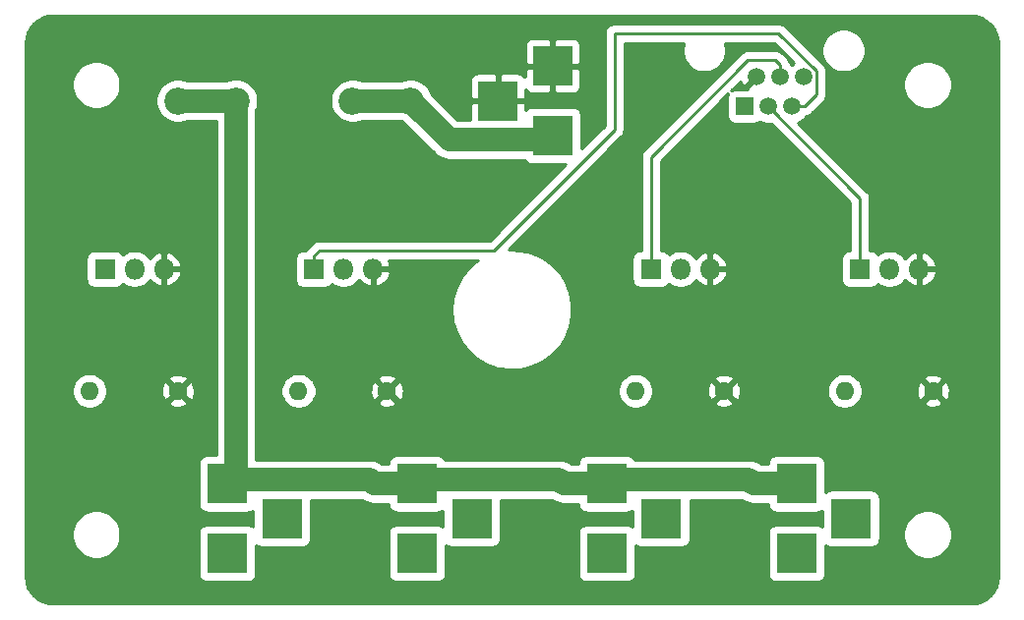
<source format=gbr>
G04 #@! TF.GenerationSoftware,KiCad,Pcbnew,(5.1.5)-3*
G04 #@! TF.CreationDate,2020-06-12T22:16:17+02:00*
G04 #@! TF.ProjectId,pwm,70776d2e-6b69-4636-9164-5f7063625858,rev?*
G04 #@! TF.SameCoordinates,Original*
G04 #@! TF.FileFunction,Copper,L1,Top*
G04 #@! TF.FilePolarity,Positive*
%FSLAX46Y46*%
G04 Gerber Fmt 4.6, Leading zero omitted, Abs format (unit mm)*
G04 Created by KiCad (PCBNEW (5.1.5)-3) date 2020-06-12 22:16:17*
%MOMM*%
%LPD*%
G04 APERTURE LIST*
%ADD10R,1.800000X1.800000*%
%ADD11O,1.800000X1.800000*%
%ADD12C,1.520000*%
%ADD13R,1.520000X1.520000*%
%ADD14C,2.350000*%
%ADD15R,3.500000X3.500000*%
%ADD16C,1.600000*%
%ADD17O,1.600000X1.600000*%
%ADD18C,2.000000*%
%ADD19C,0.250000*%
%ADD20C,0.254000*%
G04 APERTURE END LIST*
D10*
X150710000Y-96500000D03*
D11*
X153250000Y-96500000D03*
X155790000Y-96500000D03*
D10*
X179710000Y-96500000D03*
D11*
X182250000Y-96500000D03*
X184790000Y-96500000D03*
D10*
X197710000Y-96500000D03*
D11*
X200250000Y-96500000D03*
X202790000Y-96500000D03*
D10*
X132710000Y-96500000D03*
D11*
X135250000Y-96500000D03*
X137790000Y-96500000D03*
D12*
X192850000Y-79960000D03*
X191830000Y-82500000D03*
X190810000Y-79960000D03*
X189790000Y-82500000D03*
X188770000Y-79960000D03*
D13*
X187750000Y-82500000D03*
D14*
X154000000Y-82000000D03*
X159000000Y-82000000D03*
X144000000Y-82000000D03*
X139000000Y-82000000D03*
D15*
X175916666Y-115000000D03*
X175916666Y-121000000D03*
X180616666Y-118000000D03*
X143250000Y-115000000D03*
X143250000Y-121000000D03*
X147950000Y-118000000D03*
D16*
X139000000Y-107000000D03*
D17*
X131380000Y-107000000D03*
D16*
X157000000Y-107000000D03*
D17*
X149380000Y-107000000D03*
D16*
X186000000Y-107000000D03*
D17*
X178380000Y-107000000D03*
D16*
X204000000Y-107000000D03*
D17*
X196380000Y-107000000D03*
D15*
X171250000Y-85000000D03*
X171250000Y-79000000D03*
X166550000Y-82000000D03*
X159583333Y-115000000D03*
X159583333Y-121000000D03*
X164283333Y-118000000D03*
X192250000Y-115000000D03*
X192250000Y-121000000D03*
X196950000Y-118000000D03*
D18*
X143600001Y-114649999D02*
X143250000Y-115000000D01*
X155483332Y-114649999D02*
X143600001Y-114649999D01*
X155833333Y-115000000D02*
X155483332Y-114649999D01*
X159583333Y-115000000D02*
X155833333Y-115000000D01*
X171816665Y-114649999D02*
X159933334Y-114649999D01*
X172166666Y-115000000D02*
X171816665Y-114649999D01*
X159933334Y-114649999D02*
X159583333Y-115000000D01*
X175916666Y-115000000D02*
X172166666Y-115000000D01*
X176266667Y-114649999D02*
X175916666Y-115000000D01*
X188500000Y-115000000D02*
X188149999Y-114649999D01*
X188149999Y-114649999D02*
X176266667Y-114649999D01*
X192250000Y-115000000D02*
X188500000Y-115000000D01*
X139000000Y-82000000D02*
X144000000Y-82000000D01*
X144000000Y-114250000D02*
X143250000Y-115000000D01*
X144000000Y-82000000D02*
X144000000Y-114250000D01*
D19*
X190810000Y-78885198D02*
X190810000Y-79960000D01*
X190399801Y-78474999D02*
X190810000Y-78885198D01*
X188057199Y-78474999D02*
X190399801Y-78474999D01*
X179710000Y-86822198D02*
X188057199Y-78474999D01*
X179710000Y-96500000D02*
X179710000Y-86822198D01*
X197710000Y-90420000D02*
X197710000Y-96500000D01*
X189790000Y-82500000D02*
X197710000Y-90420000D01*
X150710000Y-95350000D02*
X150710000Y-96500000D01*
X151185001Y-94874999D02*
X150710000Y-95350000D01*
X176565001Y-84490001D02*
X166180003Y-94874999D01*
X190680801Y-76184999D02*
X176565001Y-76184999D01*
X193935001Y-79439199D02*
X190680801Y-76184999D01*
X176565001Y-76184999D02*
X176565001Y-84490001D01*
X193935001Y-81469801D02*
X193935001Y-79439199D01*
X192904802Y-82500000D02*
X193935001Y-81469801D01*
X166180003Y-94874999D02*
X151185001Y-94874999D01*
X191830000Y-82500000D02*
X192904802Y-82500000D01*
D18*
X160174999Y-83174999D02*
X159000000Y-82000000D01*
X162350001Y-85350001D02*
X160174999Y-83174999D01*
X170899999Y-85350001D02*
X162350001Y-85350001D01*
X171250000Y-85000000D02*
X170899999Y-85350001D01*
X159000000Y-82000000D02*
X154000000Y-82000000D01*
D20*
G36*
X207703893Y-74707670D02*
G01*
X208140498Y-74839489D01*
X208543185Y-75053600D01*
X208896612Y-75341848D01*
X209187327Y-75693261D01*
X209404242Y-76094439D01*
X209539106Y-76530113D01*
X209590000Y-77014344D01*
X209590001Y-122967711D01*
X209542330Y-123453894D01*
X209410512Y-123890497D01*
X209196399Y-124293186D01*
X208908150Y-124646613D01*
X208556739Y-124937327D01*
X208155564Y-125154240D01*
X207719886Y-125289106D01*
X207235664Y-125340000D01*
X128282279Y-125340000D01*
X127796106Y-125292330D01*
X127359503Y-125160512D01*
X126956814Y-124946399D01*
X126603387Y-124658150D01*
X126312673Y-124306739D01*
X126095760Y-123905564D01*
X125960894Y-123469886D01*
X125910000Y-122985664D01*
X125910000Y-119170433D01*
X129898000Y-119170433D01*
X129898000Y-119579567D01*
X129977818Y-119980839D01*
X130134386Y-120358829D01*
X130361689Y-120699011D01*
X130650989Y-120988311D01*
X130991171Y-121215614D01*
X131369161Y-121372182D01*
X131770433Y-121452000D01*
X132179567Y-121452000D01*
X132580839Y-121372182D01*
X132958829Y-121215614D01*
X133299011Y-120988311D01*
X133588311Y-120699011D01*
X133815614Y-120358829D01*
X133972182Y-119980839D01*
X134052000Y-119579567D01*
X134052000Y-119170433D01*
X133972182Y-118769161D01*
X133815614Y-118391171D01*
X133588311Y-118050989D01*
X133299011Y-117761689D01*
X132958829Y-117534386D01*
X132580839Y-117377818D01*
X132179567Y-117298000D01*
X131770433Y-117298000D01*
X131369161Y-117377818D01*
X130991171Y-117534386D01*
X130650989Y-117761689D01*
X130361689Y-118050989D01*
X130134386Y-118391171D01*
X129977818Y-118769161D01*
X129898000Y-119170433D01*
X125910000Y-119170433D01*
X125910000Y-106849604D01*
X129853000Y-106849604D01*
X129853000Y-107150396D01*
X129911681Y-107445410D01*
X130026790Y-107723306D01*
X130193901Y-107973406D01*
X130406594Y-108186099D01*
X130656694Y-108353210D01*
X130934590Y-108468319D01*
X131229604Y-108527000D01*
X131530396Y-108527000D01*
X131825410Y-108468319D01*
X132103306Y-108353210D01*
X132353406Y-108186099D01*
X132546803Y-107992702D01*
X138186903Y-107992702D01*
X138258486Y-108236671D01*
X138513996Y-108357571D01*
X138788184Y-108426300D01*
X139070512Y-108440217D01*
X139350130Y-108398787D01*
X139616292Y-108303603D01*
X139741514Y-108236671D01*
X139813097Y-107992702D01*
X139000000Y-107179605D01*
X138186903Y-107992702D01*
X132546803Y-107992702D01*
X132566099Y-107973406D01*
X132733210Y-107723306D01*
X132848319Y-107445410D01*
X132907000Y-107150396D01*
X132907000Y-107070512D01*
X137559783Y-107070512D01*
X137601213Y-107350130D01*
X137696397Y-107616292D01*
X137763329Y-107741514D01*
X138007298Y-107813097D01*
X138820395Y-107000000D01*
X139179605Y-107000000D01*
X139992702Y-107813097D01*
X140236671Y-107741514D01*
X140357571Y-107486004D01*
X140426300Y-107211816D01*
X140440217Y-106929488D01*
X140398787Y-106649870D01*
X140303603Y-106383708D01*
X140236671Y-106258486D01*
X139992702Y-106186903D01*
X139179605Y-107000000D01*
X138820395Y-107000000D01*
X138007298Y-106186903D01*
X137763329Y-106258486D01*
X137642429Y-106513996D01*
X137573700Y-106788184D01*
X137559783Y-107070512D01*
X132907000Y-107070512D01*
X132907000Y-106849604D01*
X132848319Y-106554590D01*
X132733210Y-106276694D01*
X132566099Y-106026594D01*
X132546803Y-106007298D01*
X138186903Y-106007298D01*
X139000000Y-106820395D01*
X139813097Y-106007298D01*
X139741514Y-105763329D01*
X139486004Y-105642429D01*
X139211816Y-105573700D01*
X138929488Y-105559783D01*
X138649870Y-105601213D01*
X138383708Y-105696397D01*
X138258486Y-105763329D01*
X138186903Y-106007298D01*
X132546803Y-106007298D01*
X132353406Y-105813901D01*
X132103306Y-105646790D01*
X131825410Y-105531681D01*
X131530396Y-105473000D01*
X131229604Y-105473000D01*
X130934590Y-105531681D01*
X130656694Y-105646790D01*
X130406594Y-105813901D01*
X130193901Y-106026594D01*
X130026790Y-106276694D01*
X129911681Y-106554590D01*
X129853000Y-106849604D01*
X125910000Y-106849604D01*
X125910000Y-95600000D01*
X131079483Y-95600000D01*
X131079483Y-97400000D01*
X131093520Y-97542517D01*
X131135090Y-97679557D01*
X131202597Y-97805853D01*
X131293446Y-97916554D01*
X131404147Y-98007403D01*
X131530443Y-98074910D01*
X131667483Y-98116480D01*
X131810000Y-98130517D01*
X133610000Y-98130517D01*
X133752517Y-98116480D01*
X133889557Y-98074910D01*
X134015853Y-98007403D01*
X134126554Y-97916554D01*
X134217403Y-97805853D01*
X134232778Y-97777089D01*
X134479327Y-97941828D01*
X134775422Y-98064475D01*
X135089755Y-98127000D01*
X135410245Y-98127000D01*
X135724578Y-98064475D01*
X136020673Y-97941828D01*
X136287152Y-97763773D01*
X136513773Y-97537152D01*
X136581892Y-97435205D01*
X136658351Y-97537116D01*
X136882427Y-97737962D01*
X137141380Y-97891234D01*
X137425259Y-97991041D01*
X137663000Y-97870992D01*
X137663000Y-96627000D01*
X137917000Y-96627000D01*
X137917000Y-97870992D01*
X138154741Y-97991041D01*
X138438620Y-97891234D01*
X138697573Y-97737962D01*
X138921649Y-97537116D01*
X139102236Y-97296414D01*
X139232394Y-97025107D01*
X139281036Y-96864740D01*
X139160378Y-96627000D01*
X137917000Y-96627000D01*
X137663000Y-96627000D01*
X137643000Y-96627000D01*
X137643000Y-96373000D01*
X137663000Y-96373000D01*
X137663000Y-95129008D01*
X137917000Y-95129008D01*
X137917000Y-96373000D01*
X139160378Y-96373000D01*
X139281036Y-96135260D01*
X139232394Y-95974893D01*
X139102236Y-95703586D01*
X138921649Y-95462884D01*
X138697573Y-95262038D01*
X138438620Y-95108766D01*
X138154741Y-95008959D01*
X137917000Y-95129008D01*
X137663000Y-95129008D01*
X137425259Y-95008959D01*
X137141380Y-95108766D01*
X136882427Y-95262038D01*
X136658351Y-95462884D01*
X136581892Y-95564795D01*
X136513773Y-95462848D01*
X136287152Y-95236227D01*
X136020673Y-95058172D01*
X135724578Y-94935525D01*
X135410245Y-94873000D01*
X135089755Y-94873000D01*
X134775422Y-94935525D01*
X134479327Y-95058172D01*
X134232778Y-95222911D01*
X134217403Y-95194147D01*
X134126554Y-95083446D01*
X134015853Y-94992597D01*
X133889557Y-94925090D01*
X133752517Y-94883520D01*
X133610000Y-94869483D01*
X131810000Y-94869483D01*
X131667483Y-94883520D01*
X131530443Y-94925090D01*
X131404147Y-94992597D01*
X131293446Y-95083446D01*
X131202597Y-95194147D01*
X131135090Y-95320443D01*
X131093520Y-95457483D01*
X131079483Y-95600000D01*
X125910000Y-95600000D01*
X125910000Y-80420433D01*
X129898000Y-80420433D01*
X129898000Y-80829567D01*
X129977818Y-81230839D01*
X130134386Y-81608829D01*
X130361689Y-81949011D01*
X130650989Y-82238311D01*
X130991171Y-82465614D01*
X131369161Y-82622182D01*
X131770433Y-82702000D01*
X132179567Y-82702000D01*
X132580839Y-82622182D01*
X132958829Y-82465614D01*
X133299011Y-82238311D01*
X133588311Y-81949011D01*
X133679412Y-81812669D01*
X137098000Y-81812669D01*
X137098000Y-82187331D01*
X137171093Y-82554793D01*
X137314469Y-82900935D01*
X137522620Y-83212454D01*
X137787546Y-83477380D01*
X138099065Y-83685531D01*
X138445207Y-83828907D01*
X138812669Y-83902000D01*
X139187331Y-83902000D01*
X139554793Y-83828907D01*
X139800819Y-83727000D01*
X142273000Y-83727000D01*
X142273001Y-112519483D01*
X141500000Y-112519483D01*
X141357483Y-112533520D01*
X141220443Y-112575090D01*
X141094147Y-112642597D01*
X140983446Y-112733446D01*
X140892597Y-112844147D01*
X140825090Y-112970443D01*
X140783520Y-113107483D01*
X140769483Y-113250000D01*
X140769483Y-116750000D01*
X140783520Y-116892517D01*
X140825090Y-117029557D01*
X140892597Y-117155853D01*
X140983446Y-117266554D01*
X141094147Y-117357403D01*
X141220443Y-117424910D01*
X141357483Y-117466480D01*
X141500000Y-117480517D01*
X145000000Y-117480517D01*
X145142517Y-117466480D01*
X145279557Y-117424910D01*
X145405853Y-117357403D01*
X145469483Y-117305184D01*
X145469483Y-118694816D01*
X145405853Y-118642597D01*
X145279557Y-118575090D01*
X145142517Y-118533520D01*
X145000000Y-118519483D01*
X141500000Y-118519483D01*
X141357483Y-118533520D01*
X141220443Y-118575090D01*
X141094147Y-118642597D01*
X140983446Y-118733446D01*
X140892597Y-118844147D01*
X140825090Y-118970443D01*
X140783520Y-119107483D01*
X140769483Y-119250000D01*
X140769483Y-122750000D01*
X140783520Y-122892517D01*
X140825090Y-123029557D01*
X140892597Y-123155853D01*
X140983446Y-123266554D01*
X141094147Y-123357403D01*
X141220443Y-123424910D01*
X141357483Y-123466480D01*
X141500000Y-123480517D01*
X145000000Y-123480517D01*
X145142517Y-123466480D01*
X145279557Y-123424910D01*
X145405853Y-123357403D01*
X145516554Y-123266554D01*
X145607403Y-123155853D01*
X145674910Y-123029557D01*
X145716480Y-122892517D01*
X145730517Y-122750000D01*
X145730517Y-120305184D01*
X145794147Y-120357403D01*
X145920443Y-120424910D01*
X146057483Y-120466480D01*
X146200000Y-120480517D01*
X149700000Y-120480517D01*
X149842517Y-120466480D01*
X149979557Y-120424910D01*
X150105853Y-120357403D01*
X150216554Y-120266554D01*
X150307403Y-120155853D01*
X150374910Y-120029557D01*
X150416480Y-119892517D01*
X150430517Y-119750000D01*
X150430517Y-116376999D01*
X154788925Y-116376999D01*
X154869221Y-116442896D01*
X155169241Y-116603260D01*
X155494782Y-116702012D01*
X155748492Y-116727000D01*
X155748501Y-116727000D01*
X155833332Y-116735355D01*
X155918163Y-116727000D01*
X157102816Y-116727000D01*
X157102816Y-116750000D01*
X157116853Y-116892517D01*
X157158423Y-117029557D01*
X157225930Y-117155853D01*
X157316779Y-117266554D01*
X157427480Y-117357403D01*
X157553776Y-117424910D01*
X157690816Y-117466480D01*
X157833333Y-117480517D01*
X161333333Y-117480517D01*
X161475850Y-117466480D01*
X161612890Y-117424910D01*
X161739186Y-117357403D01*
X161802816Y-117305184D01*
X161802816Y-118694816D01*
X161739186Y-118642597D01*
X161612890Y-118575090D01*
X161475850Y-118533520D01*
X161333333Y-118519483D01*
X157833333Y-118519483D01*
X157690816Y-118533520D01*
X157553776Y-118575090D01*
X157427480Y-118642597D01*
X157316779Y-118733446D01*
X157225930Y-118844147D01*
X157158423Y-118970443D01*
X157116853Y-119107483D01*
X157102816Y-119250000D01*
X157102816Y-122750000D01*
X157116853Y-122892517D01*
X157158423Y-123029557D01*
X157225930Y-123155853D01*
X157316779Y-123266554D01*
X157427480Y-123357403D01*
X157553776Y-123424910D01*
X157690816Y-123466480D01*
X157833333Y-123480517D01*
X161333333Y-123480517D01*
X161475850Y-123466480D01*
X161612890Y-123424910D01*
X161739186Y-123357403D01*
X161849887Y-123266554D01*
X161940736Y-123155853D01*
X162008243Y-123029557D01*
X162049813Y-122892517D01*
X162063850Y-122750000D01*
X162063850Y-120305184D01*
X162127480Y-120357403D01*
X162253776Y-120424910D01*
X162390816Y-120466480D01*
X162533333Y-120480517D01*
X166033333Y-120480517D01*
X166175850Y-120466480D01*
X166312890Y-120424910D01*
X166439186Y-120357403D01*
X166549887Y-120266554D01*
X166640736Y-120155853D01*
X166708243Y-120029557D01*
X166749813Y-119892517D01*
X166763850Y-119750000D01*
X166763850Y-116376999D01*
X171122258Y-116376999D01*
X171202554Y-116442896D01*
X171502574Y-116603260D01*
X171828115Y-116702012D01*
X172081825Y-116727000D01*
X172081834Y-116727000D01*
X172166665Y-116735355D01*
X172251496Y-116727000D01*
X173436149Y-116727000D01*
X173436149Y-116750000D01*
X173450186Y-116892517D01*
X173491756Y-117029557D01*
X173559263Y-117155853D01*
X173650112Y-117266554D01*
X173760813Y-117357403D01*
X173887109Y-117424910D01*
X174024149Y-117466480D01*
X174166666Y-117480517D01*
X177666666Y-117480517D01*
X177809183Y-117466480D01*
X177946223Y-117424910D01*
X178072519Y-117357403D01*
X178136149Y-117305184D01*
X178136149Y-118694816D01*
X178072519Y-118642597D01*
X177946223Y-118575090D01*
X177809183Y-118533520D01*
X177666666Y-118519483D01*
X174166666Y-118519483D01*
X174024149Y-118533520D01*
X173887109Y-118575090D01*
X173760813Y-118642597D01*
X173650112Y-118733446D01*
X173559263Y-118844147D01*
X173491756Y-118970443D01*
X173450186Y-119107483D01*
X173436149Y-119250000D01*
X173436149Y-122750000D01*
X173450186Y-122892517D01*
X173491756Y-123029557D01*
X173559263Y-123155853D01*
X173650112Y-123266554D01*
X173760813Y-123357403D01*
X173887109Y-123424910D01*
X174024149Y-123466480D01*
X174166666Y-123480517D01*
X177666666Y-123480517D01*
X177809183Y-123466480D01*
X177946223Y-123424910D01*
X178072519Y-123357403D01*
X178183220Y-123266554D01*
X178274069Y-123155853D01*
X178341576Y-123029557D01*
X178383146Y-122892517D01*
X178397183Y-122750000D01*
X178397183Y-120305184D01*
X178460813Y-120357403D01*
X178587109Y-120424910D01*
X178724149Y-120466480D01*
X178866666Y-120480517D01*
X182366666Y-120480517D01*
X182509183Y-120466480D01*
X182646223Y-120424910D01*
X182772519Y-120357403D01*
X182883220Y-120266554D01*
X182974069Y-120155853D01*
X183041576Y-120029557D01*
X183083146Y-119892517D01*
X183097183Y-119750000D01*
X183097183Y-116376999D01*
X187455592Y-116376999D01*
X187535888Y-116442896D01*
X187835908Y-116603260D01*
X188161449Y-116702012D01*
X188415159Y-116727000D01*
X188415168Y-116727000D01*
X188499999Y-116735355D01*
X188584830Y-116727000D01*
X189769483Y-116727000D01*
X189769483Y-116750000D01*
X189783520Y-116892517D01*
X189825090Y-117029557D01*
X189892597Y-117155853D01*
X189983446Y-117266554D01*
X190094147Y-117357403D01*
X190220443Y-117424910D01*
X190357483Y-117466480D01*
X190500000Y-117480517D01*
X194000000Y-117480517D01*
X194142517Y-117466480D01*
X194279557Y-117424910D01*
X194405853Y-117357403D01*
X194469483Y-117305184D01*
X194469483Y-118694816D01*
X194405853Y-118642597D01*
X194279557Y-118575090D01*
X194142517Y-118533520D01*
X194000000Y-118519483D01*
X190500000Y-118519483D01*
X190357483Y-118533520D01*
X190220443Y-118575090D01*
X190094147Y-118642597D01*
X189983446Y-118733446D01*
X189892597Y-118844147D01*
X189825090Y-118970443D01*
X189783520Y-119107483D01*
X189769483Y-119250000D01*
X189769483Y-122750000D01*
X189783520Y-122892517D01*
X189825090Y-123029557D01*
X189892597Y-123155853D01*
X189983446Y-123266554D01*
X190094147Y-123357403D01*
X190220443Y-123424910D01*
X190357483Y-123466480D01*
X190500000Y-123480517D01*
X194000000Y-123480517D01*
X194142517Y-123466480D01*
X194279557Y-123424910D01*
X194405853Y-123357403D01*
X194516554Y-123266554D01*
X194607403Y-123155853D01*
X194674910Y-123029557D01*
X194716480Y-122892517D01*
X194730517Y-122750000D01*
X194730517Y-120305184D01*
X194794147Y-120357403D01*
X194920443Y-120424910D01*
X195057483Y-120466480D01*
X195200000Y-120480517D01*
X198700000Y-120480517D01*
X198842517Y-120466480D01*
X198979557Y-120424910D01*
X199105853Y-120357403D01*
X199216554Y-120266554D01*
X199307403Y-120155853D01*
X199374910Y-120029557D01*
X199416480Y-119892517D01*
X199430517Y-119750000D01*
X199430517Y-119170433D01*
X201448000Y-119170433D01*
X201448000Y-119579567D01*
X201527818Y-119980839D01*
X201684386Y-120358829D01*
X201911689Y-120699011D01*
X202200989Y-120988311D01*
X202541171Y-121215614D01*
X202919161Y-121372182D01*
X203320433Y-121452000D01*
X203729567Y-121452000D01*
X204130839Y-121372182D01*
X204508829Y-121215614D01*
X204849011Y-120988311D01*
X205138311Y-120699011D01*
X205365614Y-120358829D01*
X205522182Y-119980839D01*
X205602000Y-119579567D01*
X205602000Y-119170433D01*
X205522182Y-118769161D01*
X205365614Y-118391171D01*
X205138311Y-118050989D01*
X204849011Y-117761689D01*
X204508829Y-117534386D01*
X204130839Y-117377818D01*
X203729567Y-117298000D01*
X203320433Y-117298000D01*
X202919161Y-117377818D01*
X202541171Y-117534386D01*
X202200989Y-117761689D01*
X201911689Y-118050989D01*
X201684386Y-118391171D01*
X201527818Y-118769161D01*
X201448000Y-119170433D01*
X199430517Y-119170433D01*
X199430517Y-116250000D01*
X199416480Y-116107483D01*
X199374910Y-115970443D01*
X199307403Y-115844147D01*
X199216554Y-115733446D01*
X199105853Y-115642597D01*
X198979557Y-115575090D01*
X198842517Y-115533520D01*
X198700000Y-115519483D01*
X195200000Y-115519483D01*
X195057483Y-115533520D01*
X194920443Y-115575090D01*
X194794147Y-115642597D01*
X194730517Y-115694816D01*
X194730517Y-113250000D01*
X194716480Y-113107483D01*
X194674910Y-112970443D01*
X194607403Y-112844147D01*
X194516554Y-112733446D01*
X194405853Y-112642597D01*
X194279557Y-112575090D01*
X194142517Y-112533520D01*
X194000000Y-112519483D01*
X190500000Y-112519483D01*
X190357483Y-112533520D01*
X190220443Y-112575090D01*
X190094147Y-112642597D01*
X189983446Y-112733446D01*
X189892597Y-112844147D01*
X189825090Y-112970443D01*
X189783520Y-113107483D01*
X189769483Y-113250000D01*
X189769483Y-113273000D01*
X189194407Y-113273000D01*
X189114111Y-113207103D01*
X188814091Y-113046739D01*
X188488550Y-112947987D01*
X188234840Y-112922999D01*
X188234837Y-112922999D01*
X188149999Y-112914643D01*
X188065161Y-112922999D01*
X178316217Y-112922999D01*
X178274069Y-112844147D01*
X178183220Y-112733446D01*
X178072519Y-112642597D01*
X177946223Y-112575090D01*
X177809183Y-112533520D01*
X177666666Y-112519483D01*
X174166666Y-112519483D01*
X174024149Y-112533520D01*
X173887109Y-112575090D01*
X173760813Y-112642597D01*
X173650112Y-112733446D01*
X173559263Y-112844147D01*
X173491756Y-112970443D01*
X173450186Y-113107483D01*
X173436149Y-113250000D01*
X173436149Y-113273000D01*
X172861073Y-113273000D01*
X172780777Y-113207103D01*
X172480757Y-113046739D01*
X172155216Y-112947987D01*
X171901506Y-112922999D01*
X171901503Y-112922999D01*
X171816665Y-112914643D01*
X171731827Y-112922999D01*
X161982884Y-112922999D01*
X161940736Y-112844147D01*
X161849887Y-112733446D01*
X161739186Y-112642597D01*
X161612890Y-112575090D01*
X161475850Y-112533520D01*
X161333333Y-112519483D01*
X157833333Y-112519483D01*
X157690816Y-112533520D01*
X157553776Y-112575090D01*
X157427480Y-112642597D01*
X157316779Y-112733446D01*
X157225930Y-112844147D01*
X157158423Y-112970443D01*
X157116853Y-113107483D01*
X157102816Y-113250000D01*
X157102816Y-113273000D01*
X156527740Y-113273000D01*
X156447444Y-113207103D01*
X156147424Y-113046739D01*
X155821883Y-112947987D01*
X155568173Y-112922999D01*
X155568170Y-112922999D01*
X155483332Y-112914643D01*
X155398494Y-112922999D01*
X145727000Y-112922999D01*
X145727000Y-106849604D01*
X147853000Y-106849604D01*
X147853000Y-107150396D01*
X147911681Y-107445410D01*
X148026790Y-107723306D01*
X148193901Y-107973406D01*
X148406594Y-108186099D01*
X148656694Y-108353210D01*
X148934590Y-108468319D01*
X149229604Y-108527000D01*
X149530396Y-108527000D01*
X149825410Y-108468319D01*
X150103306Y-108353210D01*
X150353406Y-108186099D01*
X150546803Y-107992702D01*
X156186903Y-107992702D01*
X156258486Y-108236671D01*
X156513996Y-108357571D01*
X156788184Y-108426300D01*
X157070512Y-108440217D01*
X157350130Y-108398787D01*
X157616292Y-108303603D01*
X157741514Y-108236671D01*
X157813097Y-107992702D01*
X157000000Y-107179605D01*
X156186903Y-107992702D01*
X150546803Y-107992702D01*
X150566099Y-107973406D01*
X150733210Y-107723306D01*
X150848319Y-107445410D01*
X150907000Y-107150396D01*
X150907000Y-107070512D01*
X155559783Y-107070512D01*
X155601213Y-107350130D01*
X155696397Y-107616292D01*
X155763329Y-107741514D01*
X156007298Y-107813097D01*
X156820395Y-107000000D01*
X157179605Y-107000000D01*
X157992702Y-107813097D01*
X158236671Y-107741514D01*
X158357571Y-107486004D01*
X158426300Y-107211816D01*
X158440217Y-106929488D01*
X158428381Y-106849604D01*
X176853000Y-106849604D01*
X176853000Y-107150396D01*
X176911681Y-107445410D01*
X177026790Y-107723306D01*
X177193901Y-107973406D01*
X177406594Y-108186099D01*
X177656694Y-108353210D01*
X177934590Y-108468319D01*
X178229604Y-108527000D01*
X178530396Y-108527000D01*
X178825410Y-108468319D01*
X179103306Y-108353210D01*
X179353406Y-108186099D01*
X179546803Y-107992702D01*
X185186903Y-107992702D01*
X185258486Y-108236671D01*
X185513996Y-108357571D01*
X185788184Y-108426300D01*
X186070512Y-108440217D01*
X186350130Y-108398787D01*
X186616292Y-108303603D01*
X186741514Y-108236671D01*
X186813097Y-107992702D01*
X186000000Y-107179605D01*
X185186903Y-107992702D01*
X179546803Y-107992702D01*
X179566099Y-107973406D01*
X179733210Y-107723306D01*
X179848319Y-107445410D01*
X179907000Y-107150396D01*
X179907000Y-107070512D01*
X184559783Y-107070512D01*
X184601213Y-107350130D01*
X184696397Y-107616292D01*
X184763329Y-107741514D01*
X185007298Y-107813097D01*
X185820395Y-107000000D01*
X186179605Y-107000000D01*
X186992702Y-107813097D01*
X187236671Y-107741514D01*
X187357571Y-107486004D01*
X187426300Y-107211816D01*
X187440217Y-106929488D01*
X187428381Y-106849604D01*
X194853000Y-106849604D01*
X194853000Y-107150396D01*
X194911681Y-107445410D01*
X195026790Y-107723306D01*
X195193901Y-107973406D01*
X195406594Y-108186099D01*
X195656694Y-108353210D01*
X195934590Y-108468319D01*
X196229604Y-108527000D01*
X196530396Y-108527000D01*
X196825410Y-108468319D01*
X197103306Y-108353210D01*
X197353406Y-108186099D01*
X197546803Y-107992702D01*
X203186903Y-107992702D01*
X203258486Y-108236671D01*
X203513996Y-108357571D01*
X203788184Y-108426300D01*
X204070512Y-108440217D01*
X204350130Y-108398787D01*
X204616292Y-108303603D01*
X204741514Y-108236671D01*
X204813097Y-107992702D01*
X204000000Y-107179605D01*
X203186903Y-107992702D01*
X197546803Y-107992702D01*
X197566099Y-107973406D01*
X197733210Y-107723306D01*
X197848319Y-107445410D01*
X197907000Y-107150396D01*
X197907000Y-107070512D01*
X202559783Y-107070512D01*
X202601213Y-107350130D01*
X202696397Y-107616292D01*
X202763329Y-107741514D01*
X203007298Y-107813097D01*
X203820395Y-107000000D01*
X204179605Y-107000000D01*
X204992702Y-107813097D01*
X205236671Y-107741514D01*
X205357571Y-107486004D01*
X205426300Y-107211816D01*
X205440217Y-106929488D01*
X205398787Y-106649870D01*
X205303603Y-106383708D01*
X205236671Y-106258486D01*
X204992702Y-106186903D01*
X204179605Y-107000000D01*
X203820395Y-107000000D01*
X203007298Y-106186903D01*
X202763329Y-106258486D01*
X202642429Y-106513996D01*
X202573700Y-106788184D01*
X202559783Y-107070512D01*
X197907000Y-107070512D01*
X197907000Y-106849604D01*
X197848319Y-106554590D01*
X197733210Y-106276694D01*
X197566099Y-106026594D01*
X197546803Y-106007298D01*
X203186903Y-106007298D01*
X204000000Y-106820395D01*
X204813097Y-106007298D01*
X204741514Y-105763329D01*
X204486004Y-105642429D01*
X204211816Y-105573700D01*
X203929488Y-105559783D01*
X203649870Y-105601213D01*
X203383708Y-105696397D01*
X203258486Y-105763329D01*
X203186903Y-106007298D01*
X197546803Y-106007298D01*
X197353406Y-105813901D01*
X197103306Y-105646790D01*
X196825410Y-105531681D01*
X196530396Y-105473000D01*
X196229604Y-105473000D01*
X195934590Y-105531681D01*
X195656694Y-105646790D01*
X195406594Y-105813901D01*
X195193901Y-106026594D01*
X195026790Y-106276694D01*
X194911681Y-106554590D01*
X194853000Y-106849604D01*
X187428381Y-106849604D01*
X187398787Y-106649870D01*
X187303603Y-106383708D01*
X187236671Y-106258486D01*
X186992702Y-106186903D01*
X186179605Y-107000000D01*
X185820395Y-107000000D01*
X185007298Y-106186903D01*
X184763329Y-106258486D01*
X184642429Y-106513996D01*
X184573700Y-106788184D01*
X184559783Y-107070512D01*
X179907000Y-107070512D01*
X179907000Y-106849604D01*
X179848319Y-106554590D01*
X179733210Y-106276694D01*
X179566099Y-106026594D01*
X179546803Y-106007298D01*
X185186903Y-106007298D01*
X186000000Y-106820395D01*
X186813097Y-106007298D01*
X186741514Y-105763329D01*
X186486004Y-105642429D01*
X186211816Y-105573700D01*
X185929488Y-105559783D01*
X185649870Y-105601213D01*
X185383708Y-105696397D01*
X185258486Y-105763329D01*
X185186903Y-106007298D01*
X179546803Y-106007298D01*
X179353406Y-105813901D01*
X179103306Y-105646790D01*
X178825410Y-105531681D01*
X178530396Y-105473000D01*
X178229604Y-105473000D01*
X177934590Y-105531681D01*
X177656694Y-105646790D01*
X177406594Y-105813901D01*
X177193901Y-106026594D01*
X177026790Y-106276694D01*
X176911681Y-106554590D01*
X176853000Y-106849604D01*
X158428381Y-106849604D01*
X158398787Y-106649870D01*
X158303603Y-106383708D01*
X158236671Y-106258486D01*
X157992702Y-106186903D01*
X157179605Y-107000000D01*
X156820395Y-107000000D01*
X156007298Y-106186903D01*
X155763329Y-106258486D01*
X155642429Y-106513996D01*
X155573700Y-106788184D01*
X155559783Y-107070512D01*
X150907000Y-107070512D01*
X150907000Y-106849604D01*
X150848319Y-106554590D01*
X150733210Y-106276694D01*
X150566099Y-106026594D01*
X150546803Y-106007298D01*
X156186903Y-106007298D01*
X157000000Y-106820395D01*
X157813097Y-106007298D01*
X157741514Y-105763329D01*
X157486004Y-105642429D01*
X157211816Y-105573700D01*
X156929488Y-105559783D01*
X156649870Y-105601213D01*
X156383708Y-105696397D01*
X156258486Y-105763329D01*
X156186903Y-106007298D01*
X150546803Y-106007298D01*
X150353406Y-105813901D01*
X150103306Y-105646790D01*
X149825410Y-105531681D01*
X149530396Y-105473000D01*
X149229604Y-105473000D01*
X148934590Y-105531681D01*
X148656694Y-105646790D01*
X148406594Y-105813901D01*
X148193901Y-106026594D01*
X148026790Y-106276694D01*
X147911681Y-106554590D01*
X147853000Y-106849604D01*
X145727000Y-106849604D01*
X145727000Y-95600000D01*
X149079483Y-95600000D01*
X149079483Y-97400000D01*
X149093520Y-97542517D01*
X149135090Y-97679557D01*
X149202597Y-97805853D01*
X149293446Y-97916554D01*
X149404147Y-98007403D01*
X149530443Y-98074910D01*
X149667483Y-98116480D01*
X149810000Y-98130517D01*
X151610000Y-98130517D01*
X151752517Y-98116480D01*
X151889557Y-98074910D01*
X152015853Y-98007403D01*
X152126554Y-97916554D01*
X152217403Y-97805853D01*
X152232778Y-97777089D01*
X152479327Y-97941828D01*
X152775422Y-98064475D01*
X153089755Y-98127000D01*
X153410245Y-98127000D01*
X153724578Y-98064475D01*
X154020673Y-97941828D01*
X154287152Y-97763773D01*
X154513773Y-97537152D01*
X154581892Y-97435205D01*
X154658351Y-97537116D01*
X154882427Y-97737962D01*
X155141380Y-97891234D01*
X155425259Y-97991041D01*
X155663000Y-97870992D01*
X155663000Y-96627000D01*
X155917000Y-96627000D01*
X155917000Y-97870992D01*
X156154741Y-97991041D01*
X156438620Y-97891234D01*
X156697573Y-97737962D01*
X156921649Y-97537116D01*
X157102236Y-97296414D01*
X157232394Y-97025107D01*
X157281036Y-96864740D01*
X157160378Y-96627000D01*
X155917000Y-96627000D01*
X155663000Y-96627000D01*
X155643000Y-96627000D01*
X155643000Y-96373000D01*
X155663000Y-96373000D01*
X155663000Y-96353000D01*
X155917000Y-96353000D01*
X155917000Y-96373000D01*
X157160378Y-96373000D01*
X157281036Y-96135260D01*
X157232394Y-95974893D01*
X157113468Y-95726999D01*
X164837966Y-95726999D01*
X164745305Y-95780497D01*
X164001058Y-96425391D01*
X163392307Y-97199481D01*
X162941054Y-98074788D01*
X162663609Y-99019679D01*
X162570000Y-100000000D01*
X162663609Y-100980321D01*
X162941054Y-101925212D01*
X163392307Y-102800519D01*
X164001058Y-103574609D01*
X164745305Y-104219503D01*
X165598150Y-104711894D01*
X166528769Y-105033984D01*
X167503526Y-105174133D01*
X168487191Y-105127275D01*
X169444212Y-104895104D01*
X170340000Y-104486012D01*
X171142179Y-103914783D01*
X171821755Y-103202064D01*
X172354168Y-102373613D01*
X172720174Y-101459375D01*
X172906545Y-100492390D01*
X172906545Y-99507610D01*
X172720174Y-98540625D01*
X172354168Y-97626387D01*
X171821755Y-96797936D01*
X171142179Y-96085217D01*
X170340000Y-95513988D01*
X169444212Y-95104896D01*
X168487191Y-94872725D01*
X167503526Y-94825867D01*
X167422377Y-94837535D01*
X177137861Y-85122051D01*
X177170371Y-85095371D01*
X177239243Y-85011450D01*
X177276840Y-84965638D01*
X177355955Y-84817625D01*
X177367896Y-84778259D01*
X177404673Y-84657022D01*
X177417001Y-84531853D01*
X177417001Y-84531851D01*
X177421123Y-84490002D01*
X177417001Y-84448153D01*
X177417001Y-77036999D01*
X182526405Y-77036999D01*
X182495132Y-77112499D01*
X182423000Y-77475132D01*
X182423000Y-77844868D01*
X182495132Y-78207501D01*
X182636624Y-78549093D01*
X182842039Y-78856518D01*
X183103482Y-79117961D01*
X183410907Y-79323376D01*
X183752499Y-79464868D01*
X184115132Y-79537000D01*
X184484868Y-79537000D01*
X184847501Y-79464868D01*
X185189093Y-79323376D01*
X185496518Y-79117961D01*
X185757961Y-78856518D01*
X185963376Y-78549093D01*
X186104868Y-78207501D01*
X186177000Y-77844868D01*
X186177000Y-77475132D01*
X186104868Y-77112499D01*
X186073595Y-77036999D01*
X190327892Y-77036999D01*
X192018251Y-78727358D01*
X191902093Y-78804972D01*
X191830000Y-78877065D01*
X191757907Y-78804972D01*
X191651198Y-78733671D01*
X191649672Y-78718177D01*
X191600954Y-78557574D01*
X191521839Y-78409562D01*
X191415370Y-78279828D01*
X191382855Y-78253144D01*
X191031856Y-77902145D01*
X191005171Y-77869629D01*
X190875437Y-77763160D01*
X190727425Y-77684045D01*
X190566822Y-77635327D01*
X190441653Y-77622999D01*
X190441650Y-77622999D01*
X190399801Y-77618877D01*
X190357952Y-77622999D01*
X188099047Y-77622999D01*
X188057198Y-77618877D01*
X188015349Y-77622999D01*
X188015347Y-77622999D01*
X187890178Y-77635327D01*
X187729575Y-77684045D01*
X187581562Y-77763160D01*
X187515658Y-77817246D01*
X187451829Y-77869629D01*
X187425149Y-77902139D01*
X179137141Y-86190148D01*
X179104631Y-86216828D01*
X179077952Y-86249337D01*
X178998161Y-86346562D01*
X178919046Y-86494575D01*
X178870329Y-86655178D01*
X178853878Y-86822198D01*
X178858001Y-86864057D01*
X178858000Y-94869483D01*
X178810000Y-94869483D01*
X178667483Y-94883520D01*
X178530443Y-94925090D01*
X178404147Y-94992597D01*
X178293446Y-95083446D01*
X178202597Y-95194147D01*
X178135090Y-95320443D01*
X178093520Y-95457483D01*
X178079483Y-95600000D01*
X178079483Y-97400000D01*
X178093520Y-97542517D01*
X178135090Y-97679557D01*
X178202597Y-97805853D01*
X178293446Y-97916554D01*
X178404147Y-98007403D01*
X178530443Y-98074910D01*
X178667483Y-98116480D01*
X178810000Y-98130517D01*
X180610000Y-98130517D01*
X180752517Y-98116480D01*
X180889557Y-98074910D01*
X181015853Y-98007403D01*
X181126554Y-97916554D01*
X181217403Y-97805853D01*
X181232778Y-97777089D01*
X181479327Y-97941828D01*
X181775422Y-98064475D01*
X182089755Y-98127000D01*
X182410245Y-98127000D01*
X182724578Y-98064475D01*
X183020673Y-97941828D01*
X183287152Y-97763773D01*
X183513773Y-97537152D01*
X183581892Y-97435205D01*
X183658351Y-97537116D01*
X183882427Y-97737962D01*
X184141380Y-97891234D01*
X184425259Y-97991041D01*
X184663000Y-97870992D01*
X184663000Y-96627000D01*
X184917000Y-96627000D01*
X184917000Y-97870992D01*
X185154741Y-97991041D01*
X185438620Y-97891234D01*
X185697573Y-97737962D01*
X185921649Y-97537116D01*
X186102236Y-97296414D01*
X186232394Y-97025107D01*
X186281036Y-96864740D01*
X186160378Y-96627000D01*
X184917000Y-96627000D01*
X184663000Y-96627000D01*
X184643000Y-96627000D01*
X184643000Y-96373000D01*
X184663000Y-96373000D01*
X184663000Y-95129008D01*
X184917000Y-95129008D01*
X184917000Y-96373000D01*
X186160378Y-96373000D01*
X186281036Y-96135260D01*
X186232394Y-95974893D01*
X186102236Y-95703586D01*
X185921649Y-95462884D01*
X185697573Y-95262038D01*
X185438620Y-95108766D01*
X185154741Y-95008959D01*
X184917000Y-95129008D01*
X184663000Y-95129008D01*
X184425259Y-95008959D01*
X184141380Y-95108766D01*
X183882427Y-95262038D01*
X183658351Y-95462884D01*
X183581892Y-95564795D01*
X183513773Y-95462848D01*
X183287152Y-95236227D01*
X183020673Y-95058172D01*
X182724578Y-94935525D01*
X182410245Y-94873000D01*
X182089755Y-94873000D01*
X181775422Y-94935525D01*
X181479327Y-95058172D01*
X181232778Y-95222911D01*
X181217403Y-95194147D01*
X181126554Y-95083446D01*
X181015853Y-94992597D01*
X180889557Y-94925090D01*
X180752517Y-94883520D01*
X180610000Y-94869483D01*
X180562000Y-94869483D01*
X180562000Y-87175107D01*
X186359213Y-81377894D01*
X186315090Y-81460443D01*
X186273520Y-81597483D01*
X186259483Y-81740000D01*
X186259483Y-83260000D01*
X186273520Y-83402517D01*
X186315090Y-83539557D01*
X186382597Y-83665853D01*
X186473446Y-83776554D01*
X186584147Y-83867403D01*
X186710443Y-83934910D01*
X186847483Y-83976480D01*
X186990000Y-83990517D01*
X188510000Y-83990517D01*
X188652517Y-83976480D01*
X188789557Y-83934910D01*
X188915853Y-83867403D01*
X189025394Y-83777506D01*
X189085641Y-83817762D01*
X189356258Y-83929855D01*
X189643543Y-83987000D01*
X189936457Y-83987000D01*
X190049588Y-83964497D01*
X196858000Y-90772910D01*
X196858001Y-94869483D01*
X196810000Y-94869483D01*
X196667483Y-94883520D01*
X196530443Y-94925090D01*
X196404147Y-94992597D01*
X196293446Y-95083446D01*
X196202597Y-95194147D01*
X196135090Y-95320443D01*
X196093520Y-95457483D01*
X196079483Y-95600000D01*
X196079483Y-97400000D01*
X196093520Y-97542517D01*
X196135090Y-97679557D01*
X196202597Y-97805853D01*
X196293446Y-97916554D01*
X196404147Y-98007403D01*
X196530443Y-98074910D01*
X196667483Y-98116480D01*
X196810000Y-98130517D01*
X198610000Y-98130517D01*
X198752517Y-98116480D01*
X198889557Y-98074910D01*
X199015853Y-98007403D01*
X199126554Y-97916554D01*
X199217403Y-97805853D01*
X199232778Y-97777089D01*
X199479327Y-97941828D01*
X199775422Y-98064475D01*
X200089755Y-98127000D01*
X200410245Y-98127000D01*
X200724578Y-98064475D01*
X201020673Y-97941828D01*
X201287152Y-97763773D01*
X201513773Y-97537152D01*
X201581892Y-97435205D01*
X201658351Y-97537116D01*
X201882427Y-97737962D01*
X202141380Y-97891234D01*
X202425259Y-97991041D01*
X202663000Y-97870992D01*
X202663000Y-96627000D01*
X202917000Y-96627000D01*
X202917000Y-97870992D01*
X203154741Y-97991041D01*
X203438620Y-97891234D01*
X203697573Y-97737962D01*
X203921649Y-97537116D01*
X204102236Y-97296414D01*
X204232394Y-97025107D01*
X204281036Y-96864740D01*
X204160378Y-96627000D01*
X202917000Y-96627000D01*
X202663000Y-96627000D01*
X202643000Y-96627000D01*
X202643000Y-96373000D01*
X202663000Y-96373000D01*
X202663000Y-95129008D01*
X202917000Y-95129008D01*
X202917000Y-96373000D01*
X204160378Y-96373000D01*
X204281036Y-96135260D01*
X204232394Y-95974893D01*
X204102236Y-95703586D01*
X203921649Y-95462884D01*
X203697573Y-95262038D01*
X203438620Y-95108766D01*
X203154741Y-95008959D01*
X202917000Y-95129008D01*
X202663000Y-95129008D01*
X202425259Y-95008959D01*
X202141380Y-95108766D01*
X201882427Y-95262038D01*
X201658351Y-95462884D01*
X201581892Y-95564795D01*
X201513773Y-95462848D01*
X201287152Y-95236227D01*
X201020673Y-95058172D01*
X200724578Y-94935525D01*
X200410245Y-94873000D01*
X200089755Y-94873000D01*
X199775422Y-94935525D01*
X199479327Y-95058172D01*
X199232778Y-95222911D01*
X199217403Y-95194147D01*
X199126554Y-95083446D01*
X199015853Y-94992597D01*
X198889557Y-94925090D01*
X198752517Y-94883520D01*
X198610000Y-94869483D01*
X198562000Y-94869483D01*
X198562000Y-90461848D01*
X198566122Y-90419999D01*
X198562000Y-90378148D01*
X198549672Y-90252979D01*
X198500954Y-90092376D01*
X198421840Y-89944365D01*
X198421839Y-89944363D01*
X198342048Y-89847138D01*
X198315370Y-89814630D01*
X198282861Y-89787951D01*
X192377602Y-83882693D01*
X192534359Y-83817762D01*
X192777907Y-83655028D01*
X192985028Y-83447907D01*
X193056329Y-83341198D01*
X193071823Y-83339672D01*
X193232426Y-83290954D01*
X193380438Y-83211839D01*
X193510172Y-83105370D01*
X193536857Y-83072855D01*
X194507862Y-82101850D01*
X194540371Y-82075171D01*
X194602062Y-82000000D01*
X194646840Y-81945438D01*
X194689128Y-81866323D01*
X194725955Y-81797425D01*
X194774673Y-81636822D01*
X194787001Y-81511653D01*
X194787001Y-81511651D01*
X194791123Y-81469802D01*
X194787001Y-81427953D01*
X194787001Y-80420433D01*
X201448000Y-80420433D01*
X201448000Y-80829567D01*
X201527818Y-81230839D01*
X201684386Y-81608829D01*
X201911689Y-81949011D01*
X202200989Y-82238311D01*
X202541171Y-82465614D01*
X202919161Y-82622182D01*
X203320433Y-82702000D01*
X203729567Y-82702000D01*
X204130839Y-82622182D01*
X204508829Y-82465614D01*
X204849011Y-82238311D01*
X205138311Y-81949011D01*
X205365614Y-81608829D01*
X205522182Y-81230839D01*
X205602000Y-80829567D01*
X205602000Y-80420433D01*
X205522182Y-80019161D01*
X205365614Y-79641171D01*
X205138311Y-79300989D01*
X204849011Y-79011689D01*
X204508829Y-78784386D01*
X204130839Y-78627818D01*
X203729567Y-78548000D01*
X203320433Y-78548000D01*
X202919161Y-78627818D01*
X202541171Y-78784386D01*
X202200989Y-79011689D01*
X201911689Y-79300989D01*
X201684386Y-79641171D01*
X201527818Y-80019161D01*
X201448000Y-80420433D01*
X194787001Y-80420433D01*
X194787001Y-79481048D01*
X194791123Y-79439199D01*
X194787001Y-79397347D01*
X194774673Y-79272178D01*
X194725955Y-79111575D01*
X194646840Y-78963563D01*
X194540371Y-78833829D01*
X194507855Y-78807144D01*
X193175843Y-77475132D01*
X194423000Y-77475132D01*
X194423000Y-77844868D01*
X194495132Y-78207501D01*
X194636624Y-78549093D01*
X194842039Y-78856518D01*
X195103482Y-79117961D01*
X195410907Y-79323376D01*
X195752499Y-79464868D01*
X196115132Y-79537000D01*
X196484868Y-79537000D01*
X196847501Y-79464868D01*
X197189093Y-79323376D01*
X197496518Y-79117961D01*
X197757961Y-78856518D01*
X197963376Y-78549093D01*
X198104868Y-78207501D01*
X198177000Y-77844868D01*
X198177000Y-77475132D01*
X198104868Y-77112499D01*
X197963376Y-76770907D01*
X197757961Y-76463482D01*
X197496518Y-76202039D01*
X197189093Y-75996624D01*
X196847501Y-75855132D01*
X196484868Y-75783000D01*
X196115132Y-75783000D01*
X195752499Y-75855132D01*
X195410907Y-75996624D01*
X195103482Y-76202039D01*
X194842039Y-76463482D01*
X194636624Y-76770907D01*
X194495132Y-77112499D01*
X194423000Y-77475132D01*
X193175843Y-77475132D01*
X191312856Y-75612145D01*
X191286171Y-75579629D01*
X191156437Y-75473160D01*
X191008425Y-75394045D01*
X190847822Y-75345327D01*
X190722653Y-75332999D01*
X190722650Y-75332999D01*
X190680801Y-75328877D01*
X190638952Y-75332999D01*
X176606852Y-75332999D01*
X176565001Y-75328877D01*
X176523149Y-75332999D01*
X176397980Y-75345327D01*
X176237377Y-75394045D01*
X176089365Y-75473160D01*
X175959631Y-75579629D01*
X175853162Y-75709363D01*
X175774047Y-75857375D01*
X175725329Y-76017978D01*
X175708879Y-76184999D01*
X175713001Y-76226851D01*
X175713002Y-84137090D01*
X173730517Y-86119575D01*
X173730517Y-83250000D01*
X173716480Y-83107483D01*
X173674910Y-82970443D01*
X173607403Y-82844147D01*
X173516554Y-82733446D01*
X173405853Y-82642597D01*
X173279557Y-82575090D01*
X173142517Y-82533520D01*
X173000000Y-82519483D01*
X169500000Y-82519483D01*
X169357483Y-82533520D01*
X169220443Y-82575090D01*
X169094147Y-82642597D01*
X168983446Y-82733446D01*
X168936060Y-82791186D01*
X168935000Y-82285750D01*
X168776250Y-82127000D01*
X166677000Y-82127000D01*
X166677000Y-82147000D01*
X166423000Y-82147000D01*
X166423000Y-82127000D01*
X164323750Y-82127000D01*
X164165000Y-82285750D01*
X164162194Y-83623001D01*
X163065347Y-83623001D01*
X161456169Y-82013823D01*
X161456164Y-82013817D01*
X160787438Y-81345092D01*
X160685531Y-81099065D01*
X160477380Y-80787546D01*
X160212454Y-80522620D01*
X159900935Y-80314469D01*
X159745293Y-80250000D01*
X164161928Y-80250000D01*
X164165000Y-81714250D01*
X164323750Y-81873000D01*
X166423000Y-81873000D01*
X166423000Y-79773750D01*
X166677000Y-79773750D01*
X166677000Y-81873000D01*
X168776250Y-81873000D01*
X168935000Y-81714250D01*
X168936409Y-81042655D01*
X168969463Y-81104494D01*
X169048815Y-81201185D01*
X169145506Y-81280537D01*
X169255820Y-81339502D01*
X169375518Y-81375812D01*
X169500000Y-81388072D01*
X170964250Y-81385000D01*
X171123000Y-81226250D01*
X171123000Y-79127000D01*
X171377000Y-79127000D01*
X171377000Y-81226250D01*
X171535750Y-81385000D01*
X173000000Y-81388072D01*
X173124482Y-81375812D01*
X173244180Y-81339502D01*
X173354494Y-81280537D01*
X173451185Y-81201185D01*
X173530537Y-81104494D01*
X173589502Y-80994180D01*
X173625812Y-80874482D01*
X173638072Y-80750000D01*
X173635000Y-79285750D01*
X173476250Y-79127000D01*
X171377000Y-79127000D01*
X171123000Y-79127000D01*
X169023750Y-79127000D01*
X168865000Y-79285750D01*
X168863591Y-79957345D01*
X168830537Y-79895506D01*
X168751185Y-79798815D01*
X168654494Y-79719463D01*
X168544180Y-79660498D01*
X168424482Y-79624188D01*
X168300000Y-79611928D01*
X166835750Y-79615000D01*
X166677000Y-79773750D01*
X166423000Y-79773750D01*
X166264250Y-79615000D01*
X164800000Y-79611928D01*
X164675518Y-79624188D01*
X164555820Y-79660498D01*
X164445506Y-79719463D01*
X164348815Y-79798815D01*
X164269463Y-79895506D01*
X164210498Y-80005820D01*
X164174188Y-80125518D01*
X164161928Y-80250000D01*
X159745293Y-80250000D01*
X159554793Y-80171093D01*
X159187331Y-80098000D01*
X158812669Y-80098000D01*
X158445207Y-80171093D01*
X158199181Y-80273000D01*
X154800819Y-80273000D01*
X154554793Y-80171093D01*
X154187331Y-80098000D01*
X153812669Y-80098000D01*
X153445207Y-80171093D01*
X153099065Y-80314469D01*
X152787546Y-80522620D01*
X152522620Y-80787546D01*
X152314469Y-81099065D01*
X152171093Y-81445207D01*
X152098000Y-81812669D01*
X152098000Y-82187331D01*
X152171093Y-82554793D01*
X152314469Y-82900935D01*
X152522620Y-83212454D01*
X152787546Y-83477380D01*
X153099065Y-83685531D01*
X153445207Y-83828907D01*
X153812669Y-83902000D01*
X154187331Y-83902000D01*
X154554793Y-83828907D01*
X154800819Y-83727000D01*
X158199181Y-83727000D01*
X158345092Y-83787438D01*
X159013817Y-84456164D01*
X159013823Y-84456169D01*
X161068833Y-86511179D01*
X161122919Y-86577083D01*
X161385889Y-86792897D01*
X161685909Y-86953261D01*
X162011450Y-87052013D01*
X162265160Y-87077001D01*
X162265169Y-87077001D01*
X162350000Y-87085356D01*
X162434831Y-87077001D01*
X168850449Y-87077001D01*
X168892597Y-87155853D01*
X168983446Y-87266554D01*
X169094147Y-87357403D01*
X169220443Y-87424910D01*
X169357483Y-87466480D01*
X169500000Y-87480517D01*
X172369575Y-87480517D01*
X165827094Y-94022999D01*
X151226850Y-94022999D01*
X151185001Y-94018877D01*
X151143152Y-94022999D01*
X151143149Y-94022999D01*
X151017980Y-94035327D01*
X150857377Y-94084045D01*
X150709365Y-94163160D01*
X150579631Y-94269629D01*
X150552946Y-94302145D01*
X150137146Y-94717945D01*
X150104630Y-94744630D01*
X150037962Y-94825867D01*
X150002167Y-94869483D01*
X149810000Y-94869483D01*
X149667483Y-94883520D01*
X149530443Y-94925090D01*
X149404147Y-94992597D01*
X149293446Y-95083446D01*
X149202597Y-95194147D01*
X149135090Y-95320443D01*
X149093520Y-95457483D01*
X149079483Y-95600000D01*
X145727000Y-95600000D01*
X145727000Y-82800819D01*
X145828907Y-82554793D01*
X145902000Y-82187331D01*
X145902000Y-81812669D01*
X145828907Y-81445207D01*
X145685531Y-81099065D01*
X145477380Y-80787546D01*
X145212454Y-80522620D01*
X144900935Y-80314469D01*
X144554793Y-80171093D01*
X144187331Y-80098000D01*
X143812669Y-80098000D01*
X143445207Y-80171093D01*
X143199181Y-80273000D01*
X139800819Y-80273000D01*
X139554793Y-80171093D01*
X139187331Y-80098000D01*
X138812669Y-80098000D01*
X138445207Y-80171093D01*
X138099065Y-80314469D01*
X137787546Y-80522620D01*
X137522620Y-80787546D01*
X137314469Y-81099065D01*
X137171093Y-81445207D01*
X137098000Y-81812669D01*
X133679412Y-81812669D01*
X133815614Y-81608829D01*
X133972182Y-81230839D01*
X134052000Y-80829567D01*
X134052000Y-80420433D01*
X133972182Y-80019161D01*
X133815614Y-79641171D01*
X133588311Y-79300989D01*
X133299011Y-79011689D01*
X132958829Y-78784386D01*
X132580839Y-78627818D01*
X132179567Y-78548000D01*
X131770433Y-78548000D01*
X131369161Y-78627818D01*
X130991171Y-78784386D01*
X130650989Y-79011689D01*
X130361689Y-79300989D01*
X130134386Y-79641171D01*
X129977818Y-80019161D01*
X129898000Y-80420433D01*
X125910000Y-80420433D01*
X125910000Y-77250000D01*
X168861928Y-77250000D01*
X168865000Y-78714250D01*
X169023750Y-78873000D01*
X171123000Y-78873000D01*
X171123000Y-76773750D01*
X171377000Y-76773750D01*
X171377000Y-78873000D01*
X173476250Y-78873000D01*
X173635000Y-78714250D01*
X173638072Y-77250000D01*
X173625812Y-77125518D01*
X173589502Y-77005820D01*
X173530537Y-76895506D01*
X173451185Y-76798815D01*
X173354494Y-76719463D01*
X173244180Y-76660498D01*
X173124482Y-76624188D01*
X173000000Y-76611928D01*
X171535750Y-76615000D01*
X171377000Y-76773750D01*
X171123000Y-76773750D01*
X170964250Y-76615000D01*
X169500000Y-76611928D01*
X169375518Y-76624188D01*
X169255820Y-76660498D01*
X169145506Y-76719463D01*
X169048815Y-76798815D01*
X168969463Y-76895506D01*
X168910498Y-77005820D01*
X168874188Y-77125518D01*
X168861928Y-77250000D01*
X125910000Y-77250000D01*
X125910000Y-77032279D01*
X125957670Y-76546107D01*
X126089489Y-76109502D01*
X126303600Y-75706815D01*
X126591848Y-75353388D01*
X126943261Y-75062673D01*
X127344439Y-74845758D01*
X127780113Y-74710894D01*
X128264344Y-74660000D01*
X207217721Y-74660000D01*
X207703893Y-74707670D01*
G37*
X207703893Y-74707670D02*
X208140498Y-74839489D01*
X208543185Y-75053600D01*
X208896612Y-75341848D01*
X209187327Y-75693261D01*
X209404242Y-76094439D01*
X209539106Y-76530113D01*
X209590000Y-77014344D01*
X209590001Y-122967711D01*
X209542330Y-123453894D01*
X209410512Y-123890497D01*
X209196399Y-124293186D01*
X208908150Y-124646613D01*
X208556739Y-124937327D01*
X208155564Y-125154240D01*
X207719886Y-125289106D01*
X207235664Y-125340000D01*
X128282279Y-125340000D01*
X127796106Y-125292330D01*
X127359503Y-125160512D01*
X126956814Y-124946399D01*
X126603387Y-124658150D01*
X126312673Y-124306739D01*
X126095760Y-123905564D01*
X125960894Y-123469886D01*
X125910000Y-122985664D01*
X125910000Y-119170433D01*
X129898000Y-119170433D01*
X129898000Y-119579567D01*
X129977818Y-119980839D01*
X130134386Y-120358829D01*
X130361689Y-120699011D01*
X130650989Y-120988311D01*
X130991171Y-121215614D01*
X131369161Y-121372182D01*
X131770433Y-121452000D01*
X132179567Y-121452000D01*
X132580839Y-121372182D01*
X132958829Y-121215614D01*
X133299011Y-120988311D01*
X133588311Y-120699011D01*
X133815614Y-120358829D01*
X133972182Y-119980839D01*
X134052000Y-119579567D01*
X134052000Y-119170433D01*
X133972182Y-118769161D01*
X133815614Y-118391171D01*
X133588311Y-118050989D01*
X133299011Y-117761689D01*
X132958829Y-117534386D01*
X132580839Y-117377818D01*
X132179567Y-117298000D01*
X131770433Y-117298000D01*
X131369161Y-117377818D01*
X130991171Y-117534386D01*
X130650989Y-117761689D01*
X130361689Y-118050989D01*
X130134386Y-118391171D01*
X129977818Y-118769161D01*
X129898000Y-119170433D01*
X125910000Y-119170433D01*
X125910000Y-106849604D01*
X129853000Y-106849604D01*
X129853000Y-107150396D01*
X129911681Y-107445410D01*
X130026790Y-107723306D01*
X130193901Y-107973406D01*
X130406594Y-108186099D01*
X130656694Y-108353210D01*
X130934590Y-108468319D01*
X131229604Y-108527000D01*
X131530396Y-108527000D01*
X131825410Y-108468319D01*
X132103306Y-108353210D01*
X132353406Y-108186099D01*
X132546803Y-107992702D01*
X138186903Y-107992702D01*
X138258486Y-108236671D01*
X138513996Y-108357571D01*
X138788184Y-108426300D01*
X139070512Y-108440217D01*
X139350130Y-108398787D01*
X139616292Y-108303603D01*
X139741514Y-108236671D01*
X139813097Y-107992702D01*
X139000000Y-107179605D01*
X138186903Y-107992702D01*
X132546803Y-107992702D01*
X132566099Y-107973406D01*
X132733210Y-107723306D01*
X132848319Y-107445410D01*
X132907000Y-107150396D01*
X132907000Y-107070512D01*
X137559783Y-107070512D01*
X137601213Y-107350130D01*
X137696397Y-107616292D01*
X137763329Y-107741514D01*
X138007298Y-107813097D01*
X138820395Y-107000000D01*
X139179605Y-107000000D01*
X139992702Y-107813097D01*
X140236671Y-107741514D01*
X140357571Y-107486004D01*
X140426300Y-107211816D01*
X140440217Y-106929488D01*
X140398787Y-106649870D01*
X140303603Y-106383708D01*
X140236671Y-106258486D01*
X139992702Y-106186903D01*
X139179605Y-107000000D01*
X138820395Y-107000000D01*
X138007298Y-106186903D01*
X137763329Y-106258486D01*
X137642429Y-106513996D01*
X137573700Y-106788184D01*
X137559783Y-107070512D01*
X132907000Y-107070512D01*
X132907000Y-106849604D01*
X132848319Y-106554590D01*
X132733210Y-106276694D01*
X132566099Y-106026594D01*
X132546803Y-106007298D01*
X138186903Y-106007298D01*
X139000000Y-106820395D01*
X139813097Y-106007298D01*
X139741514Y-105763329D01*
X139486004Y-105642429D01*
X139211816Y-105573700D01*
X138929488Y-105559783D01*
X138649870Y-105601213D01*
X138383708Y-105696397D01*
X138258486Y-105763329D01*
X138186903Y-106007298D01*
X132546803Y-106007298D01*
X132353406Y-105813901D01*
X132103306Y-105646790D01*
X131825410Y-105531681D01*
X131530396Y-105473000D01*
X131229604Y-105473000D01*
X130934590Y-105531681D01*
X130656694Y-105646790D01*
X130406594Y-105813901D01*
X130193901Y-106026594D01*
X130026790Y-106276694D01*
X129911681Y-106554590D01*
X129853000Y-106849604D01*
X125910000Y-106849604D01*
X125910000Y-95600000D01*
X131079483Y-95600000D01*
X131079483Y-97400000D01*
X131093520Y-97542517D01*
X131135090Y-97679557D01*
X131202597Y-97805853D01*
X131293446Y-97916554D01*
X131404147Y-98007403D01*
X131530443Y-98074910D01*
X131667483Y-98116480D01*
X131810000Y-98130517D01*
X133610000Y-98130517D01*
X133752517Y-98116480D01*
X133889557Y-98074910D01*
X134015853Y-98007403D01*
X134126554Y-97916554D01*
X134217403Y-97805853D01*
X134232778Y-97777089D01*
X134479327Y-97941828D01*
X134775422Y-98064475D01*
X135089755Y-98127000D01*
X135410245Y-98127000D01*
X135724578Y-98064475D01*
X136020673Y-97941828D01*
X136287152Y-97763773D01*
X136513773Y-97537152D01*
X136581892Y-97435205D01*
X136658351Y-97537116D01*
X136882427Y-97737962D01*
X137141380Y-97891234D01*
X137425259Y-97991041D01*
X137663000Y-97870992D01*
X137663000Y-96627000D01*
X137917000Y-96627000D01*
X137917000Y-97870992D01*
X138154741Y-97991041D01*
X138438620Y-97891234D01*
X138697573Y-97737962D01*
X138921649Y-97537116D01*
X139102236Y-97296414D01*
X139232394Y-97025107D01*
X139281036Y-96864740D01*
X139160378Y-96627000D01*
X137917000Y-96627000D01*
X137663000Y-96627000D01*
X137643000Y-96627000D01*
X137643000Y-96373000D01*
X137663000Y-96373000D01*
X137663000Y-95129008D01*
X137917000Y-95129008D01*
X137917000Y-96373000D01*
X139160378Y-96373000D01*
X139281036Y-96135260D01*
X139232394Y-95974893D01*
X139102236Y-95703586D01*
X138921649Y-95462884D01*
X138697573Y-95262038D01*
X138438620Y-95108766D01*
X138154741Y-95008959D01*
X137917000Y-95129008D01*
X137663000Y-95129008D01*
X137425259Y-95008959D01*
X137141380Y-95108766D01*
X136882427Y-95262038D01*
X136658351Y-95462884D01*
X136581892Y-95564795D01*
X136513773Y-95462848D01*
X136287152Y-95236227D01*
X136020673Y-95058172D01*
X135724578Y-94935525D01*
X135410245Y-94873000D01*
X135089755Y-94873000D01*
X134775422Y-94935525D01*
X134479327Y-95058172D01*
X134232778Y-95222911D01*
X134217403Y-95194147D01*
X134126554Y-95083446D01*
X134015853Y-94992597D01*
X133889557Y-94925090D01*
X133752517Y-94883520D01*
X133610000Y-94869483D01*
X131810000Y-94869483D01*
X131667483Y-94883520D01*
X131530443Y-94925090D01*
X131404147Y-94992597D01*
X131293446Y-95083446D01*
X131202597Y-95194147D01*
X131135090Y-95320443D01*
X131093520Y-95457483D01*
X131079483Y-95600000D01*
X125910000Y-95600000D01*
X125910000Y-80420433D01*
X129898000Y-80420433D01*
X129898000Y-80829567D01*
X129977818Y-81230839D01*
X130134386Y-81608829D01*
X130361689Y-81949011D01*
X130650989Y-82238311D01*
X130991171Y-82465614D01*
X131369161Y-82622182D01*
X131770433Y-82702000D01*
X132179567Y-82702000D01*
X132580839Y-82622182D01*
X132958829Y-82465614D01*
X133299011Y-82238311D01*
X133588311Y-81949011D01*
X133679412Y-81812669D01*
X137098000Y-81812669D01*
X137098000Y-82187331D01*
X137171093Y-82554793D01*
X137314469Y-82900935D01*
X137522620Y-83212454D01*
X137787546Y-83477380D01*
X138099065Y-83685531D01*
X138445207Y-83828907D01*
X138812669Y-83902000D01*
X139187331Y-83902000D01*
X139554793Y-83828907D01*
X139800819Y-83727000D01*
X142273000Y-83727000D01*
X142273001Y-112519483D01*
X141500000Y-112519483D01*
X141357483Y-112533520D01*
X141220443Y-112575090D01*
X141094147Y-112642597D01*
X140983446Y-112733446D01*
X140892597Y-112844147D01*
X140825090Y-112970443D01*
X140783520Y-113107483D01*
X140769483Y-113250000D01*
X140769483Y-116750000D01*
X140783520Y-116892517D01*
X140825090Y-117029557D01*
X140892597Y-117155853D01*
X140983446Y-117266554D01*
X141094147Y-117357403D01*
X141220443Y-117424910D01*
X141357483Y-117466480D01*
X141500000Y-117480517D01*
X145000000Y-117480517D01*
X145142517Y-117466480D01*
X145279557Y-117424910D01*
X145405853Y-117357403D01*
X145469483Y-117305184D01*
X145469483Y-118694816D01*
X145405853Y-118642597D01*
X145279557Y-118575090D01*
X145142517Y-118533520D01*
X145000000Y-118519483D01*
X141500000Y-118519483D01*
X141357483Y-118533520D01*
X141220443Y-118575090D01*
X141094147Y-118642597D01*
X140983446Y-118733446D01*
X140892597Y-118844147D01*
X140825090Y-118970443D01*
X140783520Y-119107483D01*
X140769483Y-119250000D01*
X140769483Y-122750000D01*
X140783520Y-122892517D01*
X140825090Y-123029557D01*
X140892597Y-123155853D01*
X140983446Y-123266554D01*
X141094147Y-123357403D01*
X141220443Y-123424910D01*
X141357483Y-123466480D01*
X141500000Y-123480517D01*
X145000000Y-123480517D01*
X145142517Y-123466480D01*
X145279557Y-123424910D01*
X145405853Y-123357403D01*
X145516554Y-123266554D01*
X145607403Y-123155853D01*
X145674910Y-123029557D01*
X145716480Y-122892517D01*
X145730517Y-122750000D01*
X145730517Y-120305184D01*
X145794147Y-120357403D01*
X145920443Y-120424910D01*
X146057483Y-120466480D01*
X146200000Y-120480517D01*
X149700000Y-120480517D01*
X149842517Y-120466480D01*
X149979557Y-120424910D01*
X150105853Y-120357403D01*
X150216554Y-120266554D01*
X150307403Y-120155853D01*
X150374910Y-120029557D01*
X150416480Y-119892517D01*
X150430517Y-119750000D01*
X150430517Y-116376999D01*
X154788925Y-116376999D01*
X154869221Y-116442896D01*
X155169241Y-116603260D01*
X155494782Y-116702012D01*
X155748492Y-116727000D01*
X155748501Y-116727000D01*
X155833332Y-116735355D01*
X155918163Y-116727000D01*
X157102816Y-116727000D01*
X157102816Y-116750000D01*
X157116853Y-116892517D01*
X157158423Y-117029557D01*
X157225930Y-117155853D01*
X157316779Y-117266554D01*
X157427480Y-117357403D01*
X157553776Y-117424910D01*
X157690816Y-117466480D01*
X157833333Y-117480517D01*
X161333333Y-117480517D01*
X161475850Y-117466480D01*
X161612890Y-117424910D01*
X161739186Y-117357403D01*
X161802816Y-117305184D01*
X161802816Y-118694816D01*
X161739186Y-118642597D01*
X161612890Y-118575090D01*
X161475850Y-118533520D01*
X161333333Y-118519483D01*
X157833333Y-118519483D01*
X157690816Y-118533520D01*
X157553776Y-118575090D01*
X157427480Y-118642597D01*
X157316779Y-118733446D01*
X157225930Y-118844147D01*
X157158423Y-118970443D01*
X157116853Y-119107483D01*
X157102816Y-119250000D01*
X157102816Y-122750000D01*
X157116853Y-122892517D01*
X157158423Y-123029557D01*
X157225930Y-123155853D01*
X157316779Y-123266554D01*
X157427480Y-123357403D01*
X157553776Y-123424910D01*
X157690816Y-123466480D01*
X157833333Y-123480517D01*
X161333333Y-123480517D01*
X161475850Y-123466480D01*
X161612890Y-123424910D01*
X161739186Y-123357403D01*
X161849887Y-123266554D01*
X161940736Y-123155853D01*
X162008243Y-123029557D01*
X162049813Y-122892517D01*
X162063850Y-122750000D01*
X162063850Y-120305184D01*
X162127480Y-120357403D01*
X162253776Y-120424910D01*
X162390816Y-120466480D01*
X162533333Y-120480517D01*
X166033333Y-120480517D01*
X166175850Y-120466480D01*
X166312890Y-120424910D01*
X166439186Y-120357403D01*
X166549887Y-120266554D01*
X166640736Y-120155853D01*
X166708243Y-120029557D01*
X166749813Y-119892517D01*
X166763850Y-119750000D01*
X166763850Y-116376999D01*
X171122258Y-116376999D01*
X171202554Y-116442896D01*
X171502574Y-116603260D01*
X171828115Y-116702012D01*
X172081825Y-116727000D01*
X172081834Y-116727000D01*
X172166665Y-116735355D01*
X172251496Y-116727000D01*
X173436149Y-116727000D01*
X173436149Y-116750000D01*
X173450186Y-116892517D01*
X173491756Y-117029557D01*
X173559263Y-117155853D01*
X173650112Y-117266554D01*
X173760813Y-117357403D01*
X173887109Y-117424910D01*
X174024149Y-117466480D01*
X174166666Y-117480517D01*
X177666666Y-117480517D01*
X177809183Y-117466480D01*
X177946223Y-117424910D01*
X178072519Y-117357403D01*
X178136149Y-117305184D01*
X178136149Y-118694816D01*
X178072519Y-118642597D01*
X177946223Y-118575090D01*
X177809183Y-118533520D01*
X177666666Y-118519483D01*
X174166666Y-118519483D01*
X174024149Y-118533520D01*
X173887109Y-118575090D01*
X173760813Y-118642597D01*
X173650112Y-118733446D01*
X173559263Y-118844147D01*
X173491756Y-118970443D01*
X173450186Y-119107483D01*
X173436149Y-119250000D01*
X173436149Y-122750000D01*
X173450186Y-122892517D01*
X173491756Y-123029557D01*
X173559263Y-123155853D01*
X173650112Y-123266554D01*
X173760813Y-123357403D01*
X173887109Y-123424910D01*
X174024149Y-123466480D01*
X174166666Y-123480517D01*
X177666666Y-123480517D01*
X177809183Y-123466480D01*
X177946223Y-123424910D01*
X178072519Y-123357403D01*
X178183220Y-123266554D01*
X178274069Y-123155853D01*
X178341576Y-123029557D01*
X178383146Y-122892517D01*
X178397183Y-122750000D01*
X178397183Y-120305184D01*
X178460813Y-120357403D01*
X178587109Y-120424910D01*
X178724149Y-120466480D01*
X178866666Y-120480517D01*
X182366666Y-120480517D01*
X182509183Y-120466480D01*
X182646223Y-120424910D01*
X182772519Y-120357403D01*
X182883220Y-120266554D01*
X182974069Y-120155853D01*
X183041576Y-120029557D01*
X183083146Y-119892517D01*
X183097183Y-119750000D01*
X183097183Y-116376999D01*
X187455592Y-116376999D01*
X187535888Y-116442896D01*
X187835908Y-116603260D01*
X188161449Y-116702012D01*
X188415159Y-116727000D01*
X188415168Y-116727000D01*
X188499999Y-116735355D01*
X188584830Y-116727000D01*
X189769483Y-116727000D01*
X189769483Y-116750000D01*
X189783520Y-116892517D01*
X189825090Y-117029557D01*
X189892597Y-117155853D01*
X189983446Y-117266554D01*
X190094147Y-117357403D01*
X190220443Y-117424910D01*
X190357483Y-117466480D01*
X190500000Y-117480517D01*
X194000000Y-117480517D01*
X194142517Y-117466480D01*
X194279557Y-117424910D01*
X194405853Y-117357403D01*
X194469483Y-117305184D01*
X194469483Y-118694816D01*
X194405853Y-118642597D01*
X194279557Y-118575090D01*
X194142517Y-118533520D01*
X194000000Y-118519483D01*
X190500000Y-118519483D01*
X190357483Y-118533520D01*
X190220443Y-118575090D01*
X190094147Y-118642597D01*
X189983446Y-118733446D01*
X189892597Y-118844147D01*
X189825090Y-118970443D01*
X189783520Y-119107483D01*
X189769483Y-119250000D01*
X189769483Y-122750000D01*
X189783520Y-122892517D01*
X189825090Y-123029557D01*
X189892597Y-123155853D01*
X189983446Y-123266554D01*
X190094147Y-123357403D01*
X190220443Y-123424910D01*
X190357483Y-123466480D01*
X190500000Y-123480517D01*
X194000000Y-123480517D01*
X194142517Y-123466480D01*
X194279557Y-123424910D01*
X194405853Y-123357403D01*
X194516554Y-123266554D01*
X194607403Y-123155853D01*
X194674910Y-123029557D01*
X194716480Y-122892517D01*
X194730517Y-122750000D01*
X194730517Y-120305184D01*
X194794147Y-120357403D01*
X194920443Y-120424910D01*
X195057483Y-120466480D01*
X195200000Y-120480517D01*
X198700000Y-120480517D01*
X198842517Y-120466480D01*
X198979557Y-120424910D01*
X199105853Y-120357403D01*
X199216554Y-120266554D01*
X199307403Y-120155853D01*
X199374910Y-120029557D01*
X199416480Y-119892517D01*
X199430517Y-119750000D01*
X199430517Y-119170433D01*
X201448000Y-119170433D01*
X201448000Y-119579567D01*
X201527818Y-119980839D01*
X201684386Y-120358829D01*
X201911689Y-120699011D01*
X202200989Y-120988311D01*
X202541171Y-121215614D01*
X202919161Y-121372182D01*
X203320433Y-121452000D01*
X203729567Y-121452000D01*
X204130839Y-121372182D01*
X204508829Y-121215614D01*
X204849011Y-120988311D01*
X205138311Y-120699011D01*
X205365614Y-120358829D01*
X205522182Y-119980839D01*
X205602000Y-119579567D01*
X205602000Y-119170433D01*
X205522182Y-118769161D01*
X205365614Y-118391171D01*
X205138311Y-118050989D01*
X204849011Y-117761689D01*
X204508829Y-117534386D01*
X204130839Y-117377818D01*
X203729567Y-117298000D01*
X203320433Y-117298000D01*
X202919161Y-117377818D01*
X202541171Y-117534386D01*
X202200989Y-117761689D01*
X201911689Y-118050989D01*
X201684386Y-118391171D01*
X201527818Y-118769161D01*
X201448000Y-119170433D01*
X199430517Y-119170433D01*
X199430517Y-116250000D01*
X199416480Y-116107483D01*
X199374910Y-115970443D01*
X199307403Y-115844147D01*
X199216554Y-115733446D01*
X199105853Y-115642597D01*
X198979557Y-115575090D01*
X198842517Y-115533520D01*
X198700000Y-115519483D01*
X195200000Y-115519483D01*
X195057483Y-115533520D01*
X194920443Y-115575090D01*
X194794147Y-115642597D01*
X194730517Y-115694816D01*
X194730517Y-113250000D01*
X194716480Y-113107483D01*
X194674910Y-112970443D01*
X194607403Y-112844147D01*
X194516554Y-112733446D01*
X194405853Y-112642597D01*
X194279557Y-112575090D01*
X194142517Y-112533520D01*
X194000000Y-112519483D01*
X190500000Y-112519483D01*
X190357483Y-112533520D01*
X190220443Y-112575090D01*
X190094147Y-112642597D01*
X189983446Y-112733446D01*
X189892597Y-112844147D01*
X189825090Y-112970443D01*
X189783520Y-113107483D01*
X189769483Y-113250000D01*
X189769483Y-113273000D01*
X189194407Y-113273000D01*
X189114111Y-113207103D01*
X188814091Y-113046739D01*
X188488550Y-112947987D01*
X188234840Y-112922999D01*
X188234837Y-112922999D01*
X188149999Y-112914643D01*
X188065161Y-112922999D01*
X178316217Y-112922999D01*
X178274069Y-112844147D01*
X178183220Y-112733446D01*
X178072519Y-112642597D01*
X177946223Y-112575090D01*
X177809183Y-112533520D01*
X177666666Y-112519483D01*
X174166666Y-112519483D01*
X174024149Y-112533520D01*
X173887109Y-112575090D01*
X173760813Y-112642597D01*
X173650112Y-112733446D01*
X173559263Y-112844147D01*
X173491756Y-112970443D01*
X173450186Y-113107483D01*
X173436149Y-113250000D01*
X173436149Y-113273000D01*
X172861073Y-113273000D01*
X172780777Y-113207103D01*
X172480757Y-113046739D01*
X172155216Y-112947987D01*
X171901506Y-112922999D01*
X171901503Y-112922999D01*
X171816665Y-112914643D01*
X171731827Y-112922999D01*
X161982884Y-112922999D01*
X161940736Y-112844147D01*
X161849887Y-112733446D01*
X161739186Y-112642597D01*
X161612890Y-112575090D01*
X161475850Y-112533520D01*
X161333333Y-112519483D01*
X157833333Y-112519483D01*
X157690816Y-112533520D01*
X157553776Y-112575090D01*
X157427480Y-112642597D01*
X157316779Y-112733446D01*
X157225930Y-112844147D01*
X157158423Y-112970443D01*
X157116853Y-113107483D01*
X157102816Y-113250000D01*
X157102816Y-113273000D01*
X156527740Y-113273000D01*
X156447444Y-113207103D01*
X156147424Y-113046739D01*
X155821883Y-112947987D01*
X155568173Y-112922999D01*
X155568170Y-112922999D01*
X155483332Y-112914643D01*
X155398494Y-112922999D01*
X145727000Y-112922999D01*
X145727000Y-106849604D01*
X147853000Y-106849604D01*
X147853000Y-107150396D01*
X147911681Y-107445410D01*
X148026790Y-107723306D01*
X148193901Y-107973406D01*
X148406594Y-108186099D01*
X148656694Y-108353210D01*
X148934590Y-108468319D01*
X149229604Y-108527000D01*
X149530396Y-108527000D01*
X149825410Y-108468319D01*
X150103306Y-108353210D01*
X150353406Y-108186099D01*
X150546803Y-107992702D01*
X156186903Y-107992702D01*
X156258486Y-108236671D01*
X156513996Y-108357571D01*
X156788184Y-108426300D01*
X157070512Y-108440217D01*
X157350130Y-108398787D01*
X157616292Y-108303603D01*
X157741514Y-108236671D01*
X157813097Y-107992702D01*
X157000000Y-107179605D01*
X156186903Y-107992702D01*
X150546803Y-107992702D01*
X150566099Y-107973406D01*
X150733210Y-107723306D01*
X150848319Y-107445410D01*
X150907000Y-107150396D01*
X150907000Y-107070512D01*
X155559783Y-107070512D01*
X155601213Y-107350130D01*
X155696397Y-107616292D01*
X155763329Y-107741514D01*
X156007298Y-107813097D01*
X156820395Y-107000000D01*
X157179605Y-107000000D01*
X157992702Y-107813097D01*
X158236671Y-107741514D01*
X158357571Y-107486004D01*
X158426300Y-107211816D01*
X158440217Y-106929488D01*
X158428381Y-106849604D01*
X176853000Y-106849604D01*
X176853000Y-107150396D01*
X176911681Y-107445410D01*
X177026790Y-107723306D01*
X177193901Y-107973406D01*
X177406594Y-108186099D01*
X177656694Y-108353210D01*
X177934590Y-108468319D01*
X178229604Y-108527000D01*
X178530396Y-108527000D01*
X178825410Y-108468319D01*
X179103306Y-108353210D01*
X179353406Y-108186099D01*
X179546803Y-107992702D01*
X185186903Y-107992702D01*
X185258486Y-108236671D01*
X185513996Y-108357571D01*
X185788184Y-108426300D01*
X186070512Y-108440217D01*
X186350130Y-108398787D01*
X186616292Y-108303603D01*
X186741514Y-108236671D01*
X186813097Y-107992702D01*
X186000000Y-107179605D01*
X185186903Y-107992702D01*
X179546803Y-107992702D01*
X179566099Y-107973406D01*
X179733210Y-107723306D01*
X179848319Y-107445410D01*
X179907000Y-107150396D01*
X179907000Y-107070512D01*
X184559783Y-107070512D01*
X184601213Y-107350130D01*
X184696397Y-107616292D01*
X184763329Y-107741514D01*
X185007298Y-107813097D01*
X185820395Y-107000000D01*
X186179605Y-107000000D01*
X186992702Y-107813097D01*
X187236671Y-107741514D01*
X187357571Y-107486004D01*
X187426300Y-107211816D01*
X187440217Y-106929488D01*
X187428381Y-106849604D01*
X194853000Y-106849604D01*
X194853000Y-107150396D01*
X194911681Y-107445410D01*
X195026790Y-107723306D01*
X195193901Y-107973406D01*
X195406594Y-108186099D01*
X195656694Y-108353210D01*
X195934590Y-108468319D01*
X196229604Y-108527000D01*
X196530396Y-108527000D01*
X196825410Y-108468319D01*
X197103306Y-108353210D01*
X197353406Y-108186099D01*
X197546803Y-107992702D01*
X203186903Y-107992702D01*
X203258486Y-108236671D01*
X203513996Y-108357571D01*
X203788184Y-108426300D01*
X204070512Y-108440217D01*
X204350130Y-108398787D01*
X204616292Y-108303603D01*
X204741514Y-108236671D01*
X204813097Y-107992702D01*
X204000000Y-107179605D01*
X203186903Y-107992702D01*
X197546803Y-107992702D01*
X197566099Y-107973406D01*
X197733210Y-107723306D01*
X197848319Y-107445410D01*
X197907000Y-107150396D01*
X197907000Y-107070512D01*
X202559783Y-107070512D01*
X202601213Y-107350130D01*
X202696397Y-107616292D01*
X202763329Y-107741514D01*
X203007298Y-107813097D01*
X203820395Y-107000000D01*
X204179605Y-107000000D01*
X204992702Y-107813097D01*
X205236671Y-107741514D01*
X205357571Y-107486004D01*
X205426300Y-107211816D01*
X205440217Y-106929488D01*
X205398787Y-106649870D01*
X205303603Y-106383708D01*
X205236671Y-106258486D01*
X204992702Y-106186903D01*
X204179605Y-107000000D01*
X203820395Y-107000000D01*
X203007298Y-106186903D01*
X202763329Y-106258486D01*
X202642429Y-106513996D01*
X202573700Y-106788184D01*
X202559783Y-107070512D01*
X197907000Y-107070512D01*
X197907000Y-106849604D01*
X197848319Y-106554590D01*
X197733210Y-106276694D01*
X197566099Y-106026594D01*
X197546803Y-106007298D01*
X203186903Y-106007298D01*
X204000000Y-106820395D01*
X204813097Y-106007298D01*
X204741514Y-105763329D01*
X204486004Y-105642429D01*
X204211816Y-105573700D01*
X203929488Y-105559783D01*
X203649870Y-105601213D01*
X203383708Y-105696397D01*
X203258486Y-105763329D01*
X203186903Y-106007298D01*
X197546803Y-106007298D01*
X197353406Y-105813901D01*
X197103306Y-105646790D01*
X196825410Y-105531681D01*
X196530396Y-105473000D01*
X196229604Y-105473000D01*
X195934590Y-105531681D01*
X195656694Y-105646790D01*
X195406594Y-105813901D01*
X195193901Y-106026594D01*
X195026790Y-106276694D01*
X194911681Y-106554590D01*
X194853000Y-106849604D01*
X187428381Y-106849604D01*
X187398787Y-106649870D01*
X187303603Y-106383708D01*
X187236671Y-106258486D01*
X186992702Y-106186903D01*
X186179605Y-107000000D01*
X185820395Y-107000000D01*
X185007298Y-106186903D01*
X184763329Y-106258486D01*
X184642429Y-106513996D01*
X184573700Y-106788184D01*
X184559783Y-107070512D01*
X179907000Y-107070512D01*
X179907000Y-106849604D01*
X179848319Y-106554590D01*
X179733210Y-106276694D01*
X179566099Y-106026594D01*
X179546803Y-106007298D01*
X185186903Y-106007298D01*
X186000000Y-106820395D01*
X186813097Y-106007298D01*
X186741514Y-105763329D01*
X186486004Y-105642429D01*
X186211816Y-105573700D01*
X185929488Y-105559783D01*
X185649870Y-105601213D01*
X185383708Y-105696397D01*
X185258486Y-105763329D01*
X185186903Y-106007298D01*
X179546803Y-106007298D01*
X179353406Y-105813901D01*
X179103306Y-105646790D01*
X178825410Y-105531681D01*
X178530396Y-105473000D01*
X178229604Y-105473000D01*
X177934590Y-105531681D01*
X177656694Y-105646790D01*
X177406594Y-105813901D01*
X177193901Y-106026594D01*
X177026790Y-106276694D01*
X176911681Y-106554590D01*
X176853000Y-106849604D01*
X158428381Y-106849604D01*
X158398787Y-106649870D01*
X158303603Y-106383708D01*
X158236671Y-106258486D01*
X157992702Y-106186903D01*
X157179605Y-107000000D01*
X156820395Y-107000000D01*
X156007298Y-106186903D01*
X155763329Y-106258486D01*
X155642429Y-106513996D01*
X155573700Y-106788184D01*
X155559783Y-107070512D01*
X150907000Y-107070512D01*
X150907000Y-106849604D01*
X150848319Y-106554590D01*
X150733210Y-106276694D01*
X150566099Y-106026594D01*
X150546803Y-106007298D01*
X156186903Y-106007298D01*
X157000000Y-106820395D01*
X157813097Y-106007298D01*
X157741514Y-105763329D01*
X157486004Y-105642429D01*
X157211816Y-105573700D01*
X156929488Y-105559783D01*
X156649870Y-105601213D01*
X156383708Y-105696397D01*
X156258486Y-105763329D01*
X156186903Y-106007298D01*
X150546803Y-106007298D01*
X150353406Y-105813901D01*
X150103306Y-105646790D01*
X149825410Y-105531681D01*
X149530396Y-105473000D01*
X149229604Y-105473000D01*
X148934590Y-105531681D01*
X148656694Y-105646790D01*
X148406594Y-105813901D01*
X148193901Y-106026594D01*
X148026790Y-106276694D01*
X147911681Y-106554590D01*
X147853000Y-106849604D01*
X145727000Y-106849604D01*
X145727000Y-95600000D01*
X149079483Y-95600000D01*
X149079483Y-97400000D01*
X149093520Y-97542517D01*
X149135090Y-97679557D01*
X149202597Y-97805853D01*
X149293446Y-97916554D01*
X149404147Y-98007403D01*
X149530443Y-98074910D01*
X149667483Y-98116480D01*
X149810000Y-98130517D01*
X151610000Y-98130517D01*
X151752517Y-98116480D01*
X151889557Y-98074910D01*
X152015853Y-98007403D01*
X152126554Y-97916554D01*
X152217403Y-97805853D01*
X152232778Y-97777089D01*
X152479327Y-97941828D01*
X152775422Y-98064475D01*
X153089755Y-98127000D01*
X153410245Y-98127000D01*
X153724578Y-98064475D01*
X154020673Y-97941828D01*
X154287152Y-97763773D01*
X154513773Y-97537152D01*
X154581892Y-97435205D01*
X154658351Y-97537116D01*
X154882427Y-97737962D01*
X155141380Y-97891234D01*
X155425259Y-97991041D01*
X155663000Y-97870992D01*
X155663000Y-96627000D01*
X155917000Y-96627000D01*
X155917000Y-97870992D01*
X156154741Y-97991041D01*
X156438620Y-97891234D01*
X156697573Y-97737962D01*
X156921649Y-97537116D01*
X157102236Y-97296414D01*
X157232394Y-97025107D01*
X157281036Y-96864740D01*
X157160378Y-96627000D01*
X155917000Y-96627000D01*
X155663000Y-96627000D01*
X155643000Y-96627000D01*
X155643000Y-96373000D01*
X155663000Y-96373000D01*
X155663000Y-96353000D01*
X155917000Y-96353000D01*
X155917000Y-96373000D01*
X157160378Y-96373000D01*
X157281036Y-96135260D01*
X157232394Y-95974893D01*
X157113468Y-95726999D01*
X164837966Y-95726999D01*
X164745305Y-95780497D01*
X164001058Y-96425391D01*
X163392307Y-97199481D01*
X162941054Y-98074788D01*
X162663609Y-99019679D01*
X162570000Y-100000000D01*
X162663609Y-100980321D01*
X162941054Y-101925212D01*
X163392307Y-102800519D01*
X164001058Y-103574609D01*
X164745305Y-104219503D01*
X165598150Y-104711894D01*
X166528769Y-105033984D01*
X167503526Y-105174133D01*
X168487191Y-105127275D01*
X169444212Y-104895104D01*
X170340000Y-104486012D01*
X171142179Y-103914783D01*
X171821755Y-103202064D01*
X172354168Y-102373613D01*
X172720174Y-101459375D01*
X172906545Y-100492390D01*
X172906545Y-99507610D01*
X172720174Y-98540625D01*
X172354168Y-97626387D01*
X171821755Y-96797936D01*
X171142179Y-96085217D01*
X170340000Y-95513988D01*
X169444212Y-95104896D01*
X168487191Y-94872725D01*
X167503526Y-94825867D01*
X167422377Y-94837535D01*
X177137861Y-85122051D01*
X177170371Y-85095371D01*
X177239243Y-85011450D01*
X177276840Y-84965638D01*
X177355955Y-84817625D01*
X177367896Y-84778259D01*
X177404673Y-84657022D01*
X177417001Y-84531853D01*
X177417001Y-84531851D01*
X177421123Y-84490002D01*
X177417001Y-84448153D01*
X177417001Y-77036999D01*
X182526405Y-77036999D01*
X182495132Y-77112499D01*
X182423000Y-77475132D01*
X182423000Y-77844868D01*
X182495132Y-78207501D01*
X182636624Y-78549093D01*
X182842039Y-78856518D01*
X183103482Y-79117961D01*
X183410907Y-79323376D01*
X183752499Y-79464868D01*
X184115132Y-79537000D01*
X184484868Y-79537000D01*
X184847501Y-79464868D01*
X185189093Y-79323376D01*
X185496518Y-79117961D01*
X185757961Y-78856518D01*
X185963376Y-78549093D01*
X186104868Y-78207501D01*
X186177000Y-77844868D01*
X186177000Y-77475132D01*
X186104868Y-77112499D01*
X186073595Y-77036999D01*
X190327892Y-77036999D01*
X192018251Y-78727358D01*
X191902093Y-78804972D01*
X191830000Y-78877065D01*
X191757907Y-78804972D01*
X191651198Y-78733671D01*
X191649672Y-78718177D01*
X191600954Y-78557574D01*
X191521839Y-78409562D01*
X191415370Y-78279828D01*
X191382855Y-78253144D01*
X191031856Y-77902145D01*
X191005171Y-77869629D01*
X190875437Y-77763160D01*
X190727425Y-77684045D01*
X190566822Y-77635327D01*
X190441653Y-77622999D01*
X190441650Y-77622999D01*
X190399801Y-77618877D01*
X190357952Y-77622999D01*
X188099047Y-77622999D01*
X188057198Y-77618877D01*
X188015349Y-77622999D01*
X188015347Y-77622999D01*
X187890178Y-77635327D01*
X187729575Y-77684045D01*
X187581562Y-77763160D01*
X187515658Y-77817246D01*
X187451829Y-77869629D01*
X187425149Y-77902139D01*
X179137141Y-86190148D01*
X179104631Y-86216828D01*
X179077952Y-86249337D01*
X178998161Y-86346562D01*
X178919046Y-86494575D01*
X178870329Y-86655178D01*
X178853878Y-86822198D01*
X178858001Y-86864057D01*
X178858000Y-94869483D01*
X178810000Y-94869483D01*
X178667483Y-94883520D01*
X178530443Y-94925090D01*
X178404147Y-94992597D01*
X178293446Y-95083446D01*
X178202597Y-95194147D01*
X178135090Y-95320443D01*
X178093520Y-95457483D01*
X178079483Y-95600000D01*
X178079483Y-97400000D01*
X178093520Y-97542517D01*
X178135090Y-97679557D01*
X178202597Y-97805853D01*
X178293446Y-97916554D01*
X178404147Y-98007403D01*
X178530443Y-98074910D01*
X178667483Y-98116480D01*
X178810000Y-98130517D01*
X180610000Y-98130517D01*
X180752517Y-98116480D01*
X180889557Y-98074910D01*
X181015853Y-98007403D01*
X181126554Y-97916554D01*
X181217403Y-97805853D01*
X181232778Y-97777089D01*
X181479327Y-97941828D01*
X181775422Y-98064475D01*
X182089755Y-98127000D01*
X182410245Y-98127000D01*
X182724578Y-98064475D01*
X183020673Y-97941828D01*
X183287152Y-97763773D01*
X183513773Y-97537152D01*
X183581892Y-97435205D01*
X183658351Y-97537116D01*
X183882427Y-97737962D01*
X184141380Y-97891234D01*
X184425259Y-97991041D01*
X184663000Y-97870992D01*
X184663000Y-96627000D01*
X184917000Y-96627000D01*
X184917000Y-97870992D01*
X185154741Y-97991041D01*
X185438620Y-97891234D01*
X185697573Y-97737962D01*
X185921649Y-97537116D01*
X186102236Y-97296414D01*
X186232394Y-97025107D01*
X186281036Y-96864740D01*
X186160378Y-96627000D01*
X184917000Y-96627000D01*
X184663000Y-96627000D01*
X184643000Y-96627000D01*
X184643000Y-96373000D01*
X184663000Y-96373000D01*
X184663000Y-95129008D01*
X184917000Y-95129008D01*
X184917000Y-96373000D01*
X186160378Y-96373000D01*
X186281036Y-96135260D01*
X186232394Y-95974893D01*
X186102236Y-95703586D01*
X185921649Y-95462884D01*
X185697573Y-95262038D01*
X185438620Y-95108766D01*
X185154741Y-95008959D01*
X184917000Y-95129008D01*
X184663000Y-95129008D01*
X184425259Y-95008959D01*
X184141380Y-95108766D01*
X183882427Y-95262038D01*
X183658351Y-95462884D01*
X183581892Y-95564795D01*
X183513773Y-95462848D01*
X183287152Y-95236227D01*
X183020673Y-95058172D01*
X182724578Y-94935525D01*
X182410245Y-94873000D01*
X182089755Y-94873000D01*
X181775422Y-94935525D01*
X181479327Y-95058172D01*
X181232778Y-95222911D01*
X181217403Y-95194147D01*
X181126554Y-95083446D01*
X181015853Y-94992597D01*
X180889557Y-94925090D01*
X180752517Y-94883520D01*
X180610000Y-94869483D01*
X180562000Y-94869483D01*
X180562000Y-87175107D01*
X186359213Y-81377894D01*
X186315090Y-81460443D01*
X186273520Y-81597483D01*
X186259483Y-81740000D01*
X186259483Y-83260000D01*
X186273520Y-83402517D01*
X186315090Y-83539557D01*
X186382597Y-83665853D01*
X186473446Y-83776554D01*
X186584147Y-83867403D01*
X186710443Y-83934910D01*
X186847483Y-83976480D01*
X186990000Y-83990517D01*
X188510000Y-83990517D01*
X188652517Y-83976480D01*
X188789557Y-83934910D01*
X188915853Y-83867403D01*
X189025394Y-83777506D01*
X189085641Y-83817762D01*
X189356258Y-83929855D01*
X189643543Y-83987000D01*
X189936457Y-83987000D01*
X190049588Y-83964497D01*
X196858000Y-90772910D01*
X196858001Y-94869483D01*
X196810000Y-94869483D01*
X196667483Y-94883520D01*
X196530443Y-94925090D01*
X196404147Y-94992597D01*
X196293446Y-95083446D01*
X196202597Y-95194147D01*
X196135090Y-95320443D01*
X196093520Y-95457483D01*
X196079483Y-95600000D01*
X196079483Y-97400000D01*
X196093520Y-97542517D01*
X196135090Y-97679557D01*
X196202597Y-97805853D01*
X196293446Y-97916554D01*
X196404147Y-98007403D01*
X196530443Y-98074910D01*
X196667483Y-98116480D01*
X196810000Y-98130517D01*
X198610000Y-98130517D01*
X198752517Y-98116480D01*
X198889557Y-98074910D01*
X199015853Y-98007403D01*
X199126554Y-97916554D01*
X199217403Y-97805853D01*
X199232778Y-97777089D01*
X199479327Y-97941828D01*
X199775422Y-98064475D01*
X200089755Y-98127000D01*
X200410245Y-98127000D01*
X200724578Y-98064475D01*
X201020673Y-97941828D01*
X201287152Y-97763773D01*
X201513773Y-97537152D01*
X201581892Y-97435205D01*
X201658351Y-97537116D01*
X201882427Y-97737962D01*
X202141380Y-97891234D01*
X202425259Y-97991041D01*
X202663000Y-97870992D01*
X202663000Y-96627000D01*
X202917000Y-96627000D01*
X202917000Y-97870992D01*
X203154741Y-97991041D01*
X203438620Y-97891234D01*
X203697573Y-97737962D01*
X203921649Y-97537116D01*
X204102236Y-97296414D01*
X204232394Y-97025107D01*
X204281036Y-96864740D01*
X204160378Y-96627000D01*
X202917000Y-96627000D01*
X202663000Y-96627000D01*
X202643000Y-96627000D01*
X202643000Y-96373000D01*
X202663000Y-96373000D01*
X202663000Y-95129008D01*
X202917000Y-95129008D01*
X202917000Y-96373000D01*
X204160378Y-96373000D01*
X204281036Y-96135260D01*
X204232394Y-95974893D01*
X204102236Y-95703586D01*
X203921649Y-95462884D01*
X203697573Y-95262038D01*
X203438620Y-95108766D01*
X203154741Y-95008959D01*
X202917000Y-95129008D01*
X202663000Y-95129008D01*
X202425259Y-95008959D01*
X202141380Y-95108766D01*
X201882427Y-95262038D01*
X201658351Y-95462884D01*
X201581892Y-95564795D01*
X201513773Y-95462848D01*
X201287152Y-95236227D01*
X201020673Y-95058172D01*
X200724578Y-94935525D01*
X200410245Y-94873000D01*
X200089755Y-94873000D01*
X199775422Y-94935525D01*
X199479327Y-95058172D01*
X199232778Y-95222911D01*
X199217403Y-95194147D01*
X199126554Y-95083446D01*
X199015853Y-94992597D01*
X198889557Y-94925090D01*
X198752517Y-94883520D01*
X198610000Y-94869483D01*
X198562000Y-94869483D01*
X198562000Y-90461848D01*
X198566122Y-90419999D01*
X198562000Y-90378148D01*
X198549672Y-90252979D01*
X198500954Y-90092376D01*
X198421840Y-89944365D01*
X198421839Y-89944363D01*
X198342048Y-89847138D01*
X198315370Y-89814630D01*
X198282861Y-89787951D01*
X192377602Y-83882693D01*
X192534359Y-83817762D01*
X192777907Y-83655028D01*
X192985028Y-83447907D01*
X193056329Y-83341198D01*
X193071823Y-83339672D01*
X193232426Y-83290954D01*
X193380438Y-83211839D01*
X193510172Y-83105370D01*
X193536857Y-83072855D01*
X194507862Y-82101850D01*
X194540371Y-82075171D01*
X194602062Y-82000000D01*
X194646840Y-81945438D01*
X194689128Y-81866323D01*
X194725955Y-81797425D01*
X194774673Y-81636822D01*
X194787001Y-81511653D01*
X194787001Y-81511651D01*
X194791123Y-81469802D01*
X194787001Y-81427953D01*
X194787001Y-80420433D01*
X201448000Y-80420433D01*
X201448000Y-80829567D01*
X201527818Y-81230839D01*
X201684386Y-81608829D01*
X201911689Y-81949011D01*
X202200989Y-82238311D01*
X202541171Y-82465614D01*
X202919161Y-82622182D01*
X203320433Y-82702000D01*
X203729567Y-82702000D01*
X204130839Y-82622182D01*
X204508829Y-82465614D01*
X204849011Y-82238311D01*
X205138311Y-81949011D01*
X205365614Y-81608829D01*
X205522182Y-81230839D01*
X205602000Y-80829567D01*
X205602000Y-80420433D01*
X205522182Y-80019161D01*
X205365614Y-79641171D01*
X205138311Y-79300989D01*
X204849011Y-79011689D01*
X204508829Y-78784386D01*
X204130839Y-78627818D01*
X203729567Y-78548000D01*
X203320433Y-78548000D01*
X202919161Y-78627818D01*
X202541171Y-78784386D01*
X202200989Y-79011689D01*
X201911689Y-79300989D01*
X201684386Y-79641171D01*
X201527818Y-80019161D01*
X201448000Y-80420433D01*
X194787001Y-80420433D01*
X194787001Y-79481048D01*
X194791123Y-79439199D01*
X194787001Y-79397347D01*
X194774673Y-79272178D01*
X194725955Y-79111575D01*
X194646840Y-78963563D01*
X194540371Y-78833829D01*
X194507855Y-78807144D01*
X193175843Y-77475132D01*
X194423000Y-77475132D01*
X194423000Y-77844868D01*
X194495132Y-78207501D01*
X194636624Y-78549093D01*
X194842039Y-78856518D01*
X195103482Y-79117961D01*
X195410907Y-79323376D01*
X195752499Y-79464868D01*
X196115132Y-79537000D01*
X196484868Y-79537000D01*
X196847501Y-79464868D01*
X197189093Y-79323376D01*
X197496518Y-79117961D01*
X197757961Y-78856518D01*
X197963376Y-78549093D01*
X198104868Y-78207501D01*
X198177000Y-77844868D01*
X198177000Y-77475132D01*
X198104868Y-77112499D01*
X197963376Y-76770907D01*
X197757961Y-76463482D01*
X197496518Y-76202039D01*
X197189093Y-75996624D01*
X196847501Y-75855132D01*
X196484868Y-75783000D01*
X196115132Y-75783000D01*
X195752499Y-75855132D01*
X195410907Y-75996624D01*
X195103482Y-76202039D01*
X194842039Y-76463482D01*
X194636624Y-76770907D01*
X194495132Y-77112499D01*
X194423000Y-77475132D01*
X193175843Y-77475132D01*
X191312856Y-75612145D01*
X191286171Y-75579629D01*
X191156437Y-75473160D01*
X191008425Y-75394045D01*
X190847822Y-75345327D01*
X190722653Y-75332999D01*
X190722650Y-75332999D01*
X190680801Y-75328877D01*
X190638952Y-75332999D01*
X176606852Y-75332999D01*
X176565001Y-75328877D01*
X176523149Y-75332999D01*
X176397980Y-75345327D01*
X176237377Y-75394045D01*
X176089365Y-75473160D01*
X175959631Y-75579629D01*
X175853162Y-75709363D01*
X175774047Y-75857375D01*
X175725329Y-76017978D01*
X175708879Y-76184999D01*
X175713001Y-76226851D01*
X175713002Y-84137090D01*
X173730517Y-86119575D01*
X173730517Y-83250000D01*
X173716480Y-83107483D01*
X173674910Y-82970443D01*
X173607403Y-82844147D01*
X173516554Y-82733446D01*
X173405853Y-82642597D01*
X173279557Y-82575090D01*
X173142517Y-82533520D01*
X173000000Y-82519483D01*
X169500000Y-82519483D01*
X169357483Y-82533520D01*
X169220443Y-82575090D01*
X169094147Y-82642597D01*
X168983446Y-82733446D01*
X168936060Y-82791186D01*
X168935000Y-82285750D01*
X168776250Y-82127000D01*
X166677000Y-82127000D01*
X166677000Y-82147000D01*
X166423000Y-82147000D01*
X166423000Y-82127000D01*
X164323750Y-82127000D01*
X164165000Y-82285750D01*
X164162194Y-83623001D01*
X163065347Y-83623001D01*
X161456169Y-82013823D01*
X161456164Y-82013817D01*
X160787438Y-81345092D01*
X160685531Y-81099065D01*
X160477380Y-80787546D01*
X160212454Y-80522620D01*
X159900935Y-80314469D01*
X159745293Y-80250000D01*
X164161928Y-80250000D01*
X164165000Y-81714250D01*
X164323750Y-81873000D01*
X166423000Y-81873000D01*
X166423000Y-79773750D01*
X166677000Y-79773750D01*
X166677000Y-81873000D01*
X168776250Y-81873000D01*
X168935000Y-81714250D01*
X168936409Y-81042655D01*
X168969463Y-81104494D01*
X169048815Y-81201185D01*
X169145506Y-81280537D01*
X169255820Y-81339502D01*
X169375518Y-81375812D01*
X169500000Y-81388072D01*
X170964250Y-81385000D01*
X171123000Y-81226250D01*
X171123000Y-79127000D01*
X171377000Y-79127000D01*
X171377000Y-81226250D01*
X171535750Y-81385000D01*
X173000000Y-81388072D01*
X173124482Y-81375812D01*
X173244180Y-81339502D01*
X173354494Y-81280537D01*
X173451185Y-81201185D01*
X173530537Y-81104494D01*
X173589502Y-80994180D01*
X173625812Y-80874482D01*
X173638072Y-80750000D01*
X173635000Y-79285750D01*
X173476250Y-79127000D01*
X171377000Y-79127000D01*
X171123000Y-79127000D01*
X169023750Y-79127000D01*
X168865000Y-79285750D01*
X168863591Y-79957345D01*
X168830537Y-79895506D01*
X168751185Y-79798815D01*
X168654494Y-79719463D01*
X168544180Y-79660498D01*
X168424482Y-79624188D01*
X168300000Y-79611928D01*
X166835750Y-79615000D01*
X166677000Y-79773750D01*
X166423000Y-79773750D01*
X166264250Y-79615000D01*
X164800000Y-79611928D01*
X164675518Y-79624188D01*
X164555820Y-79660498D01*
X164445506Y-79719463D01*
X164348815Y-79798815D01*
X164269463Y-79895506D01*
X164210498Y-80005820D01*
X164174188Y-80125518D01*
X164161928Y-80250000D01*
X159745293Y-80250000D01*
X159554793Y-80171093D01*
X159187331Y-80098000D01*
X158812669Y-80098000D01*
X158445207Y-80171093D01*
X158199181Y-80273000D01*
X154800819Y-80273000D01*
X154554793Y-80171093D01*
X154187331Y-80098000D01*
X153812669Y-80098000D01*
X153445207Y-80171093D01*
X153099065Y-80314469D01*
X152787546Y-80522620D01*
X152522620Y-80787546D01*
X152314469Y-81099065D01*
X152171093Y-81445207D01*
X152098000Y-81812669D01*
X152098000Y-82187331D01*
X152171093Y-82554793D01*
X152314469Y-82900935D01*
X152522620Y-83212454D01*
X152787546Y-83477380D01*
X153099065Y-83685531D01*
X153445207Y-83828907D01*
X153812669Y-83902000D01*
X154187331Y-83902000D01*
X154554793Y-83828907D01*
X154800819Y-83727000D01*
X158199181Y-83727000D01*
X158345092Y-83787438D01*
X159013817Y-84456164D01*
X159013823Y-84456169D01*
X161068833Y-86511179D01*
X161122919Y-86577083D01*
X161385889Y-86792897D01*
X161685909Y-86953261D01*
X162011450Y-87052013D01*
X162265160Y-87077001D01*
X162265169Y-87077001D01*
X162350000Y-87085356D01*
X162434831Y-87077001D01*
X168850449Y-87077001D01*
X168892597Y-87155853D01*
X168983446Y-87266554D01*
X169094147Y-87357403D01*
X169220443Y-87424910D01*
X169357483Y-87466480D01*
X169500000Y-87480517D01*
X172369575Y-87480517D01*
X165827094Y-94022999D01*
X151226850Y-94022999D01*
X151185001Y-94018877D01*
X151143152Y-94022999D01*
X151143149Y-94022999D01*
X151017980Y-94035327D01*
X150857377Y-94084045D01*
X150709365Y-94163160D01*
X150579631Y-94269629D01*
X150552946Y-94302145D01*
X150137146Y-94717945D01*
X150104630Y-94744630D01*
X150037962Y-94825867D01*
X150002167Y-94869483D01*
X149810000Y-94869483D01*
X149667483Y-94883520D01*
X149530443Y-94925090D01*
X149404147Y-94992597D01*
X149293446Y-95083446D01*
X149202597Y-95194147D01*
X149135090Y-95320443D01*
X149093520Y-95457483D01*
X149079483Y-95600000D01*
X145727000Y-95600000D01*
X145727000Y-82800819D01*
X145828907Y-82554793D01*
X145902000Y-82187331D01*
X145902000Y-81812669D01*
X145828907Y-81445207D01*
X145685531Y-81099065D01*
X145477380Y-80787546D01*
X145212454Y-80522620D01*
X144900935Y-80314469D01*
X144554793Y-80171093D01*
X144187331Y-80098000D01*
X143812669Y-80098000D01*
X143445207Y-80171093D01*
X143199181Y-80273000D01*
X139800819Y-80273000D01*
X139554793Y-80171093D01*
X139187331Y-80098000D01*
X138812669Y-80098000D01*
X138445207Y-80171093D01*
X138099065Y-80314469D01*
X137787546Y-80522620D01*
X137522620Y-80787546D01*
X137314469Y-81099065D01*
X137171093Y-81445207D01*
X137098000Y-81812669D01*
X133679412Y-81812669D01*
X133815614Y-81608829D01*
X133972182Y-81230839D01*
X134052000Y-80829567D01*
X134052000Y-80420433D01*
X133972182Y-80019161D01*
X133815614Y-79641171D01*
X133588311Y-79300989D01*
X133299011Y-79011689D01*
X132958829Y-78784386D01*
X132580839Y-78627818D01*
X132179567Y-78548000D01*
X131770433Y-78548000D01*
X131369161Y-78627818D01*
X130991171Y-78784386D01*
X130650989Y-79011689D01*
X130361689Y-79300989D01*
X130134386Y-79641171D01*
X129977818Y-80019161D01*
X129898000Y-80420433D01*
X125910000Y-80420433D01*
X125910000Y-77250000D01*
X168861928Y-77250000D01*
X168865000Y-78714250D01*
X169023750Y-78873000D01*
X171123000Y-78873000D01*
X171123000Y-76773750D01*
X171377000Y-76773750D01*
X171377000Y-78873000D01*
X173476250Y-78873000D01*
X173635000Y-78714250D01*
X173638072Y-77250000D01*
X173625812Y-77125518D01*
X173589502Y-77005820D01*
X173530537Y-76895506D01*
X173451185Y-76798815D01*
X173354494Y-76719463D01*
X173244180Y-76660498D01*
X173124482Y-76624188D01*
X173000000Y-76611928D01*
X171535750Y-76615000D01*
X171377000Y-76773750D01*
X171123000Y-76773750D01*
X170964250Y-76615000D01*
X169500000Y-76611928D01*
X169375518Y-76624188D01*
X169255820Y-76660498D01*
X169145506Y-76719463D01*
X169048815Y-76798815D01*
X168969463Y-76895506D01*
X168910498Y-77005820D01*
X168874188Y-77125518D01*
X168861928Y-77250000D01*
X125910000Y-77250000D01*
X125910000Y-77032279D01*
X125957670Y-76546107D01*
X126089489Y-76109502D01*
X126303600Y-75706815D01*
X126591848Y-75353388D01*
X126943261Y-75062673D01*
X127344439Y-74845758D01*
X127780113Y-74710894D01*
X128264344Y-74660000D01*
X207217721Y-74660000D01*
X207703893Y-74707670D01*
G36*
X188963748Y-79945858D02*
G01*
X188949605Y-79960000D01*
X188963748Y-79974142D01*
X188784142Y-80153748D01*
X188770000Y-80139605D01*
X187985469Y-80924137D01*
X188009212Y-81009483D01*
X186990000Y-81009483D01*
X186847483Y-81023520D01*
X186710443Y-81065090D01*
X186627894Y-81109213D01*
X187416957Y-80320151D01*
X187504256Y-80562326D01*
X187565975Y-80677794D01*
X187805863Y-80744531D01*
X188590395Y-79960000D01*
X188576252Y-79945858D01*
X188755858Y-79766252D01*
X188770000Y-79780395D01*
X188784142Y-79766252D01*
X188963748Y-79945858D01*
G37*
X188963748Y-79945858D02*
X188949605Y-79960000D01*
X188963748Y-79974142D01*
X188784142Y-80153748D01*
X188770000Y-80139605D01*
X187985469Y-80924137D01*
X188009212Y-81009483D01*
X186990000Y-81009483D01*
X186847483Y-81023520D01*
X186710443Y-81065090D01*
X186627894Y-81109213D01*
X187416957Y-80320151D01*
X187504256Y-80562326D01*
X187565975Y-80677794D01*
X187805863Y-80744531D01*
X188590395Y-79960000D01*
X188576252Y-79945858D01*
X188755858Y-79766252D01*
X188770000Y-79780395D01*
X188784142Y-79766252D01*
X188963748Y-79945858D01*
M02*

</source>
